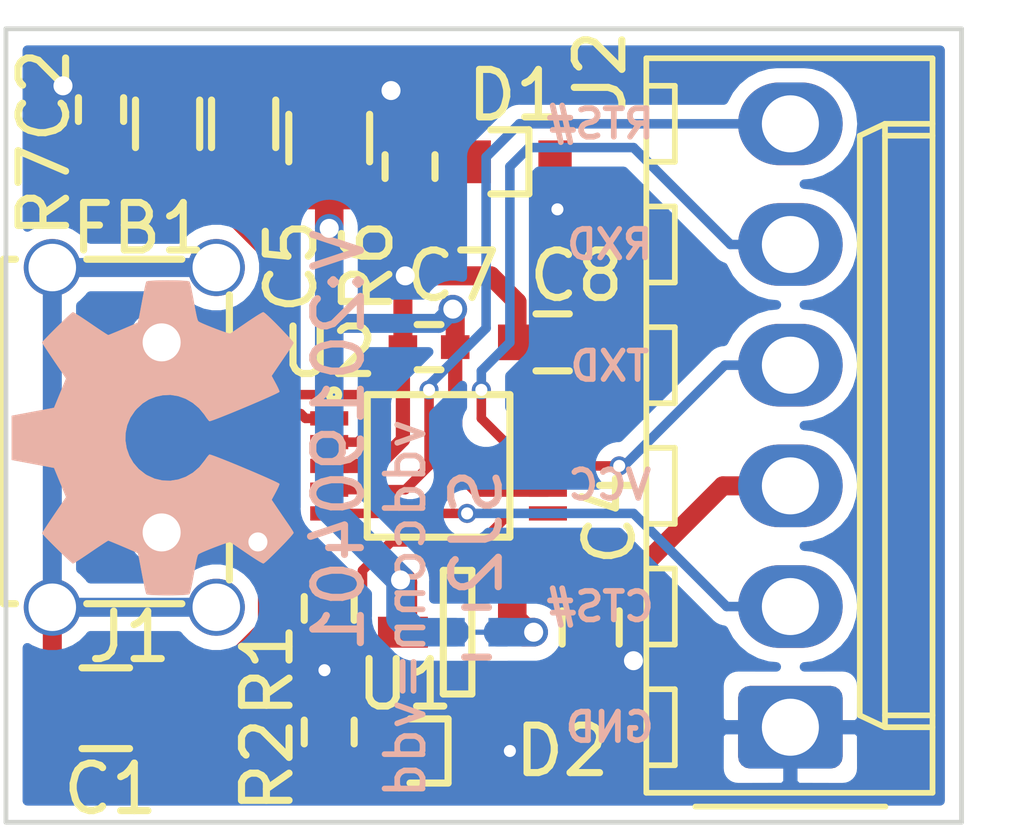
<source format=kicad_pcb>
(kicad_pcb (version 20171130) (host pcbnew 5.1.0-060a0da~80~ubuntu18.04.1)

  (general
    (thickness 1.6)
    (drawings 4)
    (tracks 168)
    (zones 0)
    (modules 20)
    (nets 18)
  )

  (page A4)
  (layers
    (0 F.Cu signal)
    (31 B.Cu signal)
    (32 B.Adhes user)
    (33 F.Adhes user)
    (34 B.Paste user)
    (35 F.Paste user)
    (36 B.SilkS user)
    (37 F.SilkS user)
    (38 B.Mask user)
    (39 F.Mask user)
    (40 Dwgs.User user)
    (41 Cmts.User user)
    (42 Eco1.User user)
    (43 Eco2.User user)
    (44 Edge.Cuts user)
    (45 Margin user)
    (46 B.CrtYd user)
    (47 F.CrtYd user hide)
    (48 B.Fab user)
    (49 F.Fab user)
  )

  (setup
    (last_trace_width 0.2)
    (user_trace_width 0.1524)
    (user_trace_width 0.2)
    (user_trace_width 0.3)
    (user_trace_width 0.4)
    (user_trace_width 0.6)
    (user_trace_width 1)
    (user_trace_width 1.5)
    (user_trace_width 2)
    (trace_clearance 0.1524)
    (zone_clearance 0.508)
    (zone_45_only no)
    (trace_min 0.1524)
    (via_size 0.381)
    (via_drill 0.254)
    (via_min_size 0.381)
    (via_min_drill 0.254)
    (user_via 0.4 0.254)
    (user_via 0.6 0.4)
    (user_via 0.8 0.6)
    (user_via 1 0.8)
    (user_via 1.3 1)
    (user_via 1.5 1.2)
    (user_via 1.7 1.4)
    (user_via 1.9 1.6)
    (uvia_size 0.381)
    (uvia_drill 0.254)
    (uvias_allowed no)
    (uvia_min_size 0.381)
    (uvia_min_drill 0.254)
    (edge_width 0.15)
    (segment_width 0.2)
    (pcb_text_width 0.3)
    (pcb_text_size 1.5 1.5)
    (mod_edge_width 0.15)
    (mod_text_size 1 1)
    (mod_text_width 0.15)
    (pad_size 1.524 1.524)
    (pad_drill 0.762)
    (pad_to_mask_clearance 0.1)
    (solder_mask_min_width 0.05)
    (pad_to_paste_clearance_ratio -0.15)
    (aux_axis_origin 0 0)
    (visible_elements FFFFFF7F)
    (pcbplotparams
      (layerselection 0x010fc_ffffffff)
      (usegerberextensions true)
      (usegerberattributes false)
      (usegerberadvancedattributes false)
      (creategerberjobfile false)
      (excludeedgelayer true)
      (linewidth 0.100000)
      (plotframeref false)
      (viasonmask false)
      (mode 1)
      (useauxorigin false)
      (hpglpennumber 1)
      (hpglpenspeed 20)
      (hpglpendiameter 15.000000)
      (psnegative false)
      (psa4output false)
      (plotreference true)
      (plotvalue true)
      (plotinvisibletext false)
      (padsonsilk false)
      (subtractmaskfromsilk false)
      (outputformat 1)
      (mirror false)
      (drillshape 0)
      (scaleselection 1)
      (outputdirectory "OSH_Park_2_layer_plots"))
  )

  (net 0 "")
  (net 1 /VSS)
  (net 2 "Net-(C1-Pad1)")
  (net 3 /VBUS)
  (net 4 /VDD)
  (net 5 /VDD_33V)
  (net 6 "Net-(J1-Pad4)")
  (net 7 /USB_DP)
  (net 8 /USB_DM)
  (net 9 /CTSI)
  (net 10 /TXO)
  (net 11 /RXI)
  (net 12 /RTSO)
  (net 13 "Net-(D1-Pad2)")
  (net 14 "Net-(FB1-Pad2)")
  (net 15 /VDDCONN)
  (net 16 "Net-(D2-Pad2)")
  (net 17 /ACT)

  (net_class Default "This is the default net class."
    (clearance 0.1524)
    (trace_width 0.1524)
    (via_dia 0.381)
    (via_drill 0.254)
    (uvia_dia 0.381)
    (uvia_drill 0.254)
    (add_net /ACT)
    (add_net /CTSI)
    (add_net /RTSO)
    (add_net /RXI)
    (add_net /TXO)
    (add_net /USB_DM)
    (add_net /USB_DP)
    (add_net /VBUS)
    (add_net /VDD)
    (add_net /VDDCONN)
    (add_net /VDD_33V)
    (add_net /VSS)
    (add_net "Net-(C1-Pad1)")
    (add_net "Net-(D1-Pad2)")
    (add_net "Net-(D2-Pad2)")
    (add_net "Net-(FB1-Pad2)")
    (add_net "Net-(J1-Pad4)")
  )

  (module Symbols:OSHW-Symbol_6.7x6mm_SilkScreen (layer B.Cu) (tedit 0) (tstamp 5CA1EFC0)
    (at 144.1 91.2 270)
    (descr "Open Source Hardware Symbol")
    (tags "Logo Symbol OSHW")
    (path /5A135869)
    (attr virtual)
    (fp_text reference N1 (at 0 0 270) (layer B.SilkS) hide
      (effects (font (size 1 1) (thickness 0.15)) (justify mirror))
    )
    (fp_text value OHWLOGO (at 0.75 0 270) (layer B.Fab) hide
      (effects (font (size 1 1) (thickness 0.15)) (justify mirror))
    )
    (fp_poly (pts (xy 0.555814 2.531069) (xy 0.639635 2.086445) (xy 0.94892 1.958947) (xy 1.258206 1.831449)
      (xy 1.629246 2.083754) (xy 1.733157 2.154004) (xy 1.827087 2.216728) (xy 1.906652 2.269062)
      (xy 1.96747 2.308143) (xy 2.005157 2.331107) (xy 2.015421 2.336058) (xy 2.03391 2.323324)
      (xy 2.07342 2.288118) (xy 2.129522 2.234938) (xy 2.197787 2.168282) (xy 2.273786 2.092646)
      (xy 2.353092 2.012528) (xy 2.431275 1.932426) (xy 2.503907 1.856836) (xy 2.566559 1.790255)
      (xy 2.614803 1.737182) (xy 2.64421 1.702113) (xy 2.651241 1.690377) (xy 2.641123 1.66874)
      (xy 2.612759 1.621338) (xy 2.569129 1.552807) (xy 2.513218 1.467785) (xy 2.448006 1.370907)
      (xy 2.410219 1.31565) (xy 2.341343 1.214752) (xy 2.28014 1.123701) (xy 2.229578 1.04703)
      (xy 2.192628 0.989272) (xy 2.172258 0.954957) (xy 2.169197 0.947746) (xy 2.176136 0.927252)
      (xy 2.195051 0.879487) (xy 2.223087 0.811168) (xy 2.257391 0.729011) (xy 2.295109 0.63973)
      (xy 2.333387 0.550042) (xy 2.36937 0.466662) (xy 2.400206 0.396306) (xy 2.423039 0.34569)
      (xy 2.435017 0.321529) (xy 2.435724 0.320578) (xy 2.454531 0.315964) (xy 2.504618 0.305672)
      (xy 2.580793 0.290713) (xy 2.677865 0.272099) (xy 2.790643 0.250841) (xy 2.856442 0.238582)
      (xy 2.97695 0.215638) (xy 3.085797 0.193805) (xy 3.177476 0.174278) (xy 3.246481 0.158252)
      (xy 3.287304 0.146921) (xy 3.295511 0.143326) (xy 3.303548 0.118994) (xy 3.310033 0.064041)
      (xy 3.31497 -0.015108) (xy 3.318364 -0.112026) (xy 3.320218 -0.220287) (xy 3.320538 -0.333465)
      (xy 3.319327 -0.445135) (xy 3.31659 -0.548868) (xy 3.312331 -0.638241) (xy 3.306555 -0.706826)
      (xy 3.299267 -0.748197) (xy 3.294895 -0.75681) (xy 3.268764 -0.767133) (xy 3.213393 -0.781892)
      (xy 3.136107 -0.799352) (xy 3.04423 -0.81778) (xy 3.012158 -0.823741) (xy 2.857524 -0.852066)
      (xy 2.735375 -0.874876) (xy 2.641673 -0.89308) (xy 2.572384 -0.907583) (xy 2.523471 -0.919292)
      (xy 2.490897 -0.929115) (xy 2.470628 -0.937956) (xy 2.458626 -0.946724) (xy 2.456947 -0.948457)
      (xy 2.440184 -0.976371) (xy 2.414614 -1.030695) (xy 2.382788 -1.104777) (xy 2.34726 -1.191965)
      (xy 2.310583 -1.285608) (xy 2.275311 -1.379052) (xy 2.243996 -1.465647) (xy 2.219193 -1.53874)
      (xy 2.203454 -1.591678) (xy 2.199332 -1.617811) (xy 2.199676 -1.618726) (xy 2.213641 -1.640086)
      (xy 2.245322 -1.687084) (xy 2.291391 -1.754827) (xy 2.348518 -1.838423) (xy 2.413373 -1.932982)
      (xy 2.431843 -1.959854) (xy 2.497699 -2.057275) (xy 2.55565 -2.146163) (xy 2.602538 -2.221412)
      (xy 2.635207 -2.27792) (xy 2.6505 -2.310581) (xy 2.651241 -2.314593) (xy 2.638392 -2.335684)
      (xy 2.602888 -2.377464) (xy 2.549293 -2.435445) (xy 2.482171 -2.505135) (xy 2.406087 -2.582045)
      (xy 2.325604 -2.661683) (xy 2.245287 -2.739561) (xy 2.169699 -2.811186) (xy 2.103405 -2.87207)
      (xy 2.050969 -2.917721) (xy 2.016955 -2.94365) (xy 2.007545 -2.947883) (xy 1.985643 -2.937912)
      (xy 1.9408 -2.91102) (xy 1.880321 -2.871736) (xy 1.833789 -2.840117) (xy 1.749475 -2.782098)
      (xy 1.649626 -2.713784) (xy 1.549473 -2.645579) (xy 1.495627 -2.609075) (xy 1.313371 -2.4858)
      (xy 1.160381 -2.56852) (xy 1.090682 -2.604759) (xy 1.031414 -2.632926) (xy 0.991311 -2.648991)
      (xy 0.981103 -2.651226) (xy 0.968829 -2.634722) (xy 0.944613 -2.588082) (xy 0.910263 -2.515609)
      (xy 0.867588 -2.421606) (xy 0.818394 -2.310374) (xy 0.76449 -2.186215) (xy 0.707684 -2.053432)
      (xy 0.649782 -1.916327) (xy 0.592593 -1.779202) (xy 0.537924 -1.646358) (xy 0.487584 -1.522098)
      (xy 0.44338 -1.410725) (xy 0.407119 -1.316539) (xy 0.380609 -1.243844) (xy 0.365658 -1.196941)
      (xy 0.363254 -1.180833) (xy 0.382311 -1.160286) (xy 0.424036 -1.126933) (xy 0.479706 -1.087702)
      (xy 0.484378 -1.084599) (xy 0.628264 -0.969423) (xy 0.744283 -0.835053) (xy 0.83143 -0.685784)
      (xy 0.888699 -0.525913) (xy 0.915086 -0.359737) (xy 0.909585 -0.191552) (xy 0.87119 -0.025655)
      (xy 0.798895 0.133658) (xy 0.777626 0.168513) (xy 0.666996 0.309263) (xy 0.536302 0.422286)
      (xy 0.390064 0.506997) (xy 0.232808 0.562806) (xy 0.069057 0.589126) (xy -0.096667 0.58537)
      (xy -0.259838 0.55095) (xy -0.415935 0.485277) (xy -0.560433 0.387765) (xy -0.605131 0.348187)
      (xy -0.718888 0.224297) (xy -0.801782 0.093876) (xy -0.858644 -0.052315) (xy -0.890313 -0.197088)
      (xy -0.898131 -0.35986) (xy -0.872062 -0.52344) (xy -0.814755 -0.682298) (xy -0.728856 -0.830906)
      (xy -0.617014 -0.963735) (xy -0.481877 -1.075256) (xy -0.464117 -1.087011) (xy -0.40785 -1.125508)
      (xy -0.365077 -1.158863) (xy -0.344628 -1.18016) (xy -0.344331 -1.180833) (xy -0.348721 -1.203871)
      (xy -0.366124 -1.256157) (xy -0.394732 -1.33339) (xy -0.432735 -1.431268) (xy -0.478326 -1.545491)
      (xy -0.529697 -1.671758) (xy -0.585038 -1.805767) (xy -0.642542 -1.943218) (xy -0.700399 -2.079808)
      (xy -0.756802 -2.211237) (xy -0.809942 -2.333205) (xy -0.85801 -2.441409) (xy -0.899199 -2.531549)
      (xy -0.931699 -2.599323) (xy -0.953703 -2.64043) (xy -0.962564 -2.651226) (xy -0.98964 -2.642819)
      (xy -1.040303 -2.620272) (xy -1.105817 -2.587613) (xy -1.141841 -2.56852) (xy -1.294832 -2.4858)
      (xy -1.477088 -2.609075) (xy -1.570125 -2.672228) (xy -1.671985 -2.741727) (xy -1.767438 -2.807165)
      (xy -1.81525 -2.840117) (xy -1.882495 -2.885273) (xy -1.939436 -2.921057) (xy -1.978646 -2.942938)
      (xy -1.991381 -2.947563) (xy -2.009917 -2.935085) (xy -2.050941 -2.900252) (xy -2.110475 -2.846678)
      (xy -2.184542 -2.777983) (xy -2.269165 -2.697781) (xy -2.322685 -2.646286) (xy -2.416319 -2.554286)
      (xy -2.497241 -2.471999) (xy -2.562177 -2.402945) (xy -2.607858 -2.350644) (xy -2.631011 -2.318616)
      (xy -2.633232 -2.312116) (xy -2.622924 -2.287394) (xy -2.594439 -2.237405) (xy -2.550937 -2.167212)
      (xy -2.495577 -2.081875) (xy -2.43152 -1.986456) (xy -2.413303 -1.959854) (xy -2.346927 -1.863167)
      (xy -2.287378 -1.776117) (xy -2.237984 -1.703595) (xy -2.202075 -1.650493) (xy -2.182981 -1.621703)
      (xy -2.181136 -1.618726) (xy -2.183895 -1.595782) (xy -2.198538 -1.545336) (xy -2.222513 -1.474041)
      (xy -2.253266 -1.388547) (xy -2.288244 -1.295507) (xy -2.324893 -1.201574) (xy -2.360661 -1.113399)
      (xy -2.392994 -1.037634) (xy -2.419338 -0.980931) (xy -2.437142 -0.949943) (xy -2.438407 -0.948457)
      (xy -2.449294 -0.939601) (xy -2.467682 -0.930843) (xy -2.497606 -0.921277) (xy -2.543103 -0.909996)
      (xy -2.608209 -0.896093) (xy -2.696961 -0.878663) (xy -2.813393 -0.856798) (xy -2.961542 -0.829591)
      (xy -2.993618 -0.823741) (xy -3.088686 -0.805374) (xy -3.171565 -0.787405) (xy -3.23493 -0.771569)
      (xy -3.271458 -0.7596) (xy -3.276356 -0.75681) (xy -3.284427 -0.732072) (xy -3.290987 -0.67679)
      (xy -3.296033 -0.597389) (xy -3.299559 -0.500296) (xy -3.301561 -0.391938) (xy -3.302036 -0.27874)
      (xy -3.300977 -0.167128) (xy -3.298382 -0.063529) (xy -3.294246 0.025632) (xy -3.288563 0.093928)
      (xy -3.281331 0.134934) (xy -3.276971 0.143326) (xy -3.252698 0.151792) (xy -3.197426 0.165565)
      (xy -3.116662 0.18345) (xy -3.015912 0.204252) (xy -2.900683 0.226777) (xy -2.837902 0.238582)
      (xy -2.718787 0.260849) (xy -2.612565 0.281021) (xy -2.524427 0.298085) (xy -2.459566 0.311031)
      (xy -2.423174 0.318845) (xy -2.417184 0.320578) (xy -2.407061 0.34011) (xy -2.385662 0.387157)
      (xy -2.355839 0.454997) (xy -2.320445 0.536909) (xy -2.282332 0.626172) (xy -2.244353 0.716065)
      (xy -2.20936 0.799865) (xy -2.180206 0.870853) (xy -2.159743 0.922306) (xy -2.150823 0.947503)
      (xy -2.150657 0.948604) (xy -2.160769 0.968481) (xy -2.189117 1.014223) (xy -2.232723 1.081283)
      (xy -2.288606 1.165116) (xy -2.353787 1.261174) (xy -2.391679 1.31635) (xy -2.460725 1.417519)
      (xy -2.52205 1.50937) (xy -2.572663 1.587256) (xy -2.609571 1.646531) (xy -2.629782 1.682549)
      (xy -2.632701 1.690623) (xy -2.620153 1.709416) (xy -2.585463 1.749543) (xy -2.533063 1.806507)
      (xy -2.467384 1.875815) (xy -2.392856 1.952969) (xy -2.313913 2.033475) (xy -2.234983 2.112837)
      (xy -2.1605 2.18656) (xy -2.094894 2.250148) (xy -2.042596 2.299106) (xy -2.008039 2.328939)
      (xy -1.996478 2.336058) (xy -1.977654 2.326047) (xy -1.932631 2.297922) (xy -1.865787 2.254546)
      (xy -1.781499 2.198782) (xy -1.684144 2.133494) (xy -1.610707 2.083754) (xy -1.239667 1.831449)
      (xy -0.621095 2.086445) (xy -0.537275 2.531069) (xy -0.453454 2.975693) (xy 0.471994 2.975693)
      (xy 0.555814 2.531069)) (layer B.SilkS) (width 0.01))
  )

  (module SquantorLabels:Label_version (layer B.Cu) (tedit 5B5A1E49) (tstamp 5C99BF8B)
    (at 148.1 92.3 270)
    (path /5A1357A5)
    (fp_text reference N2 (at 0 -1.4 270) (layer B.Fab) hide
      (effects (font (size 1 1) (thickness 0.15)) (justify mirror))
    )
    (fp_text value 20190401 (at -0.4 0.1 270) (layer B.SilkS)
      (effects (font (size 1 1) (thickness 0.15)) (justify mirror))
    )
    (fp_text user V: (at -4.8 0.1 270) (layer B.SilkS)
      (effects (font (size 1 1) (thickness 0.15)) (justify mirror))
    )
  )

  (module SquantorRcl:C_0805 (layer F.Cu) (tedit 5415D6EA) (tstamp 5C99AAB6)
    (at 143.1 96.9)
    (descr "Capacitor SMD 0805, reflow soldering, AVX (see smccp.pdf)")
    (tags "capacitor 0805")
    (path /5C92E663)
    (attr smd)
    (fp_text reference C1 (at 0.1 1.7) (layer F.SilkS)
      (effects (font (size 1 1) (thickness 0.15)))
    )
    (fp_text value 100n (at 0 1.7) (layer F.Fab)
      (effects (font (size 1 1) (thickness 0.15)))
    )
    (fp_line (start -0.5 0.85) (end 0.5 0.85) (layer F.SilkS) (width 0.15))
    (fp_line (start 0.5 -0.85) (end -0.5 -0.85) (layer F.SilkS) (width 0.15))
    (fp_line (start 1.8 -1) (end 1.8 1) (layer F.CrtYd) (width 0.05))
    (fp_line (start -1.8 -1) (end -1.8 1) (layer F.CrtYd) (width 0.05))
    (fp_line (start -1.8 1) (end 1.8 1) (layer F.CrtYd) (width 0.05))
    (fp_line (start -1.8 -1) (end 1.8 -1) (layer F.CrtYd) (width 0.05))
    (fp_line (start -1 -0.625) (end 1 -0.625) (layer F.Fab) (width 0.15))
    (fp_line (start 1 -0.625) (end 1 0.625) (layer F.Fab) (width 0.15))
    (fp_line (start 1 0.625) (end -1 0.625) (layer F.Fab) (width 0.15))
    (fp_line (start -1 0.625) (end -1 -0.625) (layer F.Fab) (width 0.15))
    (pad 2 smd rect (at 1 0) (size 1 1.25) (layers F.Cu F.Paste F.Mask)
      (net 1 /VSS))
    (pad 1 smd rect (at -1 0) (size 1 1.25) (layers F.Cu F.Paste F.Mask)
      (net 2 "Net-(C1-Pad1)"))
    (model Capacitors_SMD.3dshapes/C_0805.wrl
      (at (xyz 0 0 0))
      (scale (xyz 1 1 1))
      (rotate (xyz 0 0 0))
    )
  )

  (module SquantorRcl:C_0603 (layer F.Cu) (tedit 5415D631) (tstamp 5CA23EEE)
    (at 153.3 95.2 270)
    (descr "Capacitor SMD 0603, reflow soldering, AVX (see smccp.pdf)")
    (tags "capacitor 0603")
    (path /5CA0EAEE)
    (attr smd)
    (fp_text reference C4 (at -2.3 -0.4 270) (layer F.SilkS)
      (effects (font (size 1 1) (thickness 0.15)))
    )
    (fp_text value 1u (at -2.3 -0.4 270) (layer F.Fab)
      (effects (font (size 1 1) (thickness 0.15)))
    )
    (fp_line (start 0.35 0.6) (end -0.35 0.6) (layer F.SilkS) (width 0.15))
    (fp_line (start -0.35 -0.6) (end 0.35 -0.6) (layer F.SilkS) (width 0.15))
    (fp_line (start 1.45 -0.75) (end 1.45 0.75) (layer F.CrtYd) (width 0.05))
    (fp_line (start -1.45 -0.75) (end -1.45 0.75) (layer F.CrtYd) (width 0.05))
    (fp_line (start -1.45 0.75) (end 1.45 0.75) (layer F.CrtYd) (width 0.05))
    (fp_line (start -1.45 -0.75) (end 1.45 -0.75) (layer F.CrtYd) (width 0.05))
    (fp_line (start -0.8 -0.4) (end 0.8 -0.4) (layer F.Fab) (width 0.15))
    (fp_line (start 0.8 -0.4) (end 0.8 0.4) (layer F.Fab) (width 0.15))
    (fp_line (start 0.8 0.4) (end -0.8 0.4) (layer F.Fab) (width 0.15))
    (fp_line (start -0.8 0.4) (end -0.8 -0.4) (layer F.Fab) (width 0.15))
    (pad 2 smd rect (at 0.75 0 270) (size 0.8 0.75) (layers F.Cu F.Paste F.Mask)
      (net 1 /VSS))
    (pad 1 smd rect (at -0.75 0 270) (size 0.8 0.75) (layers F.Cu F.Paste F.Mask)
      (net 15 /VDDCONN))
    (model Capacitors_SMD.3dshapes/C_0603.wrl
      (at (xyz 0 0 0))
      (scale (xyz 1 1 1))
      (rotate (xyz 0 0 0))
    )
  )

  (module SquantorRcl:C_0805 (layer F.Cu) (tedit 5415D6EA) (tstamp 5C99AAF6)
    (at 147.8 84.9 90)
    (descr "Capacitor SMD 0805, reflow soldering, AVX (see smccp.pdf)")
    (tags "capacitor 0805")
    (path /5C9348E3)
    (attr smd)
    (fp_text reference C5 (at -2.7 -0.8 90) (layer F.SilkS)
      (effects (font (size 1 1) (thickness 0.15)))
    )
    (fp_text value 10u (at -2.6 -0.8 90) (layer F.Fab)
      (effects (font (size 1 1) (thickness 0.15)))
    )
    (fp_line (start -1 0.625) (end -1 -0.625) (layer F.Fab) (width 0.15))
    (fp_line (start 1 0.625) (end -1 0.625) (layer F.Fab) (width 0.15))
    (fp_line (start 1 -0.625) (end 1 0.625) (layer F.Fab) (width 0.15))
    (fp_line (start -1 -0.625) (end 1 -0.625) (layer F.Fab) (width 0.15))
    (fp_line (start -1.8 -1) (end 1.8 -1) (layer F.CrtYd) (width 0.05))
    (fp_line (start -1.8 1) (end 1.8 1) (layer F.CrtYd) (width 0.05))
    (fp_line (start -1.8 -1) (end -1.8 1) (layer F.CrtYd) (width 0.05))
    (fp_line (start 1.8 -1) (end 1.8 1) (layer F.CrtYd) (width 0.05))
    (fp_line (start 0.5 -0.85) (end -0.5 -0.85) (layer F.SilkS) (width 0.15))
    (fp_line (start -0.5 0.85) (end 0.5 0.85) (layer F.SilkS) (width 0.15))
    (pad 1 smd rect (at -1 0 90) (size 1 1.25) (layers F.Cu F.Paste F.Mask)
      (net 4 /VDD))
    (pad 2 smd rect (at 1 0 90) (size 1 1.25) (layers F.Cu F.Paste F.Mask)
      (net 1 /VSS))
    (model Capacitors_SMD.3dshapes/C_0805.wrl
      (at (xyz 0 0 0))
      (scale (xyz 1 1 1))
      (rotate (xyz 0 0 0))
    )
  )

  (module SquantorRcl:C_0603 (layer F.Cu) (tedit 5415D631) (tstamp 5C99AB26)
    (at 152.5 89.2 180)
    (descr "Capacitor SMD 0603, reflow soldering, AVX (see smccp.pdf)")
    (tags "capacitor 0603")
    (path /5C9B7479/5C9D54B3)
    (attr smd)
    (fp_text reference C8 (at -0.5 1.4) (layer F.SilkS)
      (effects (font (size 1 1) (thickness 0.15)))
    )
    (fp_text value 1u (at -0.5 1.4) (layer F.Fab)
      (effects (font (size 1 1) (thickness 0.15)))
    )
    (fp_line (start 0.35 0.6) (end -0.35 0.6) (layer F.SilkS) (width 0.15))
    (fp_line (start -0.35 -0.6) (end 0.35 -0.6) (layer F.SilkS) (width 0.15))
    (fp_line (start 1.45 -0.75) (end 1.45 0.75) (layer F.CrtYd) (width 0.05))
    (fp_line (start -1.45 -0.75) (end -1.45 0.75) (layer F.CrtYd) (width 0.05))
    (fp_line (start -1.45 0.75) (end 1.45 0.75) (layer F.CrtYd) (width 0.05))
    (fp_line (start -1.45 -0.75) (end 1.45 -0.75) (layer F.CrtYd) (width 0.05))
    (fp_line (start -0.8 -0.4) (end 0.8 -0.4) (layer F.Fab) (width 0.15))
    (fp_line (start 0.8 -0.4) (end 0.8 0.4) (layer F.Fab) (width 0.15))
    (fp_line (start 0.8 0.4) (end -0.8 0.4) (layer F.Fab) (width 0.15))
    (fp_line (start -0.8 0.4) (end -0.8 -0.4) (layer F.Fab) (width 0.15))
    (pad 2 smd rect (at 0.75 0 180) (size 0.8 0.75) (layers F.Cu F.Paste F.Mask)
      (net 1 /VSS))
    (pad 1 smd rect (at -0.75 0 180) (size 0.8 0.75) (layers F.Cu F.Paste F.Mask)
      (net 5 /VDD_33V))
    (model Capacitors_SMD.3dshapes/C_0603.wrl
      (at (xyz 0 0 0))
      (scale (xyz 1 1 1))
      (rotate (xyz 0 0 0))
    )
  )

  (module SquantorRcl:R_0603_hand (layer F.Cu) (tedit 587552B0) (tstamp 5C99AB56)
    (at 146 84.6 90)
    (descr "Resistor SMD 0603, reflow soldering, Vishay (see dcrcw.pdf)")
    (tags "resistor 0603")
    (path /5C9338DB)
    (attr smd)
    (fp_text reference FB1 (at -2.2 -2.2 180) (layer F.SilkS)
      (effects (font (size 1 1) (thickness 0.15)))
    )
    (fp_text value 600 (at -2.2 -2.3 180) (layer F.Fab)
      (effects (font (size 1 1) (thickness 0.15)))
    )
    (fp_line (start -0.5 -0.675) (end 0.5 -0.675) (layer F.SilkS) (width 0.15))
    (fp_line (start 0.5 0.675) (end -0.5 0.675) (layer F.SilkS) (width 0.15))
    (fp_line (start 1.5 -0.8) (end 1.5 0.8) (layer F.CrtYd) (width 0.05))
    (fp_line (start -1.5 -0.8) (end -1.5 0.8) (layer F.CrtYd) (width 0.05))
    (fp_line (start -1.5 0.8) (end 1.5 0.8) (layer F.CrtYd) (width 0.05))
    (fp_line (start -1.5 -0.8) (end 1.5 -0.8) (layer F.CrtYd) (width 0.05))
    (fp_line (start -0.8 -0.4) (end 0.8 -0.4) (layer F.Fab) (width 0.1))
    (fp_line (start 0.8 -0.4) (end 0.8 0.4) (layer F.Fab) (width 0.1))
    (fp_line (start 0.8 0.4) (end -0.8 0.4) (layer F.Fab) (width 0.1))
    (fp_line (start -0.8 0.4) (end -0.8 -0.4) (layer F.Fab) (width 0.1))
    (pad 2 smd rect (at 0.85 0 90) (size 0.7 0.9) (layers F.Cu F.Paste F.Mask)
      (net 14 "Net-(FB1-Pad2)"))
    (pad 1 smd rect (at -0.85 0 90) (size 0.7 0.9) (layers F.Cu F.Paste F.Mask)
      (net 4 /VDD))
    (model Resistors_SMD.3dshapes/R_0603.wrl
      (at (xyz 0 0 0))
      (scale (xyz 1 1 1))
      (rotate (xyz 0 0 0))
    )
  )

  (module SquantorUsb:USB-muB-SMD_TH (layer F.Cu) (tedit 5B3D26BA) (tstamp 5C99AB6C)
    (at 143.7 91.2 270)
    (path /5C92FD3B)
    (fp_text reference J1 (at 4.2 0.1) (layer F.SilkS)
      (effects (font (size 1 1) (thickness 0.15)))
    )
    (fp_text value USB-ID (at 0 1.5 270) (layer F.Fab)
      (effects (font (size 1 1) (thickness 0.15)))
    )
    (fp_line (start 3.5 2.5) (end 3.5 2.75) (layer F.SilkS) (width 0.15))
    (fp_line (start 3.5 2.75) (end -3.75 2.75) (layer F.SilkS) (width 0.15))
    (fp_line (start -3.75 2.75) (end -3.75 2.5) (layer F.SilkS) (width 0.15))
    (fp_line (start -3.75 -1) (end -3.75 1) (layer F.SilkS) (width 0.15))
    (fp_line (start 3.5 -1) (end 3.5 1) (layer F.SilkS) (width 0.15))
    (fp_line (start 1.75 -2) (end 3 -2) (layer F.SilkS) (width 0.15))
    (fp_line (start -3 -2) (end -1.75 -2) (layer F.SilkS) (width 0.15))
    (pad S thru_hole circle (at -3.575 -1.725 270) (size 1.2 1.2) (drill 1) (layers *.Cu *.Mask)
      (net 2 "Net-(C1-Pad1)"))
    (pad S thru_hole circle (at 3.575 -1.725 270) (size 1.2 1.2) (drill 1) (layers *.Cu *.Mask)
      (net 2 "Net-(C1-Pad1)"))
    (pad S thru_hole circle (at -3.575 1.725 270) (size 1.2 1.2) (drill 1) (layers *.Cu *.Mask)
      (net 2 "Net-(C1-Pad1)"))
    (pad "" np_thru_hole circle (at -2 -0.575 270) (size 0.8 0.8) (drill 0.8) (layers *.Cu))
    (pad 5 smd rect (at 1.3 -1.3 270) (size 0.4 1.85) (layers F.Cu F.Paste F.Mask)
      (net 1 /VSS))
    (pad 4 smd rect (at 0.65 -1.3 270) (size 0.4 1.85) (layers F.Cu F.Paste F.Mask)
      (net 6 "Net-(J1-Pad4)"))
    (pad 3 smd rect (at 0 -1.3 270) (size 0.4 1.85) (layers F.Cu F.Paste F.Mask)
      (net 7 /USB_DP))
    (pad 2 smd rect (at -0.65 -1.3 270) (size 0.4 1.85) (layers F.Cu F.Paste F.Mask)
      (net 8 /USB_DM))
    (pad 1 smd rect (at -1.3 -1.3 270) (size 0.4 1.85) (layers F.Cu F.Paste F.Mask)
      (net 3 /VBUS))
    (pad "" np_thru_hole circle (at 2 -0.575 270) (size 0.8 0.8) (drill 0.8) (layers *.Cu))
    (pad S thru_hole circle (at 3.575 1.725 270) (size 1.2 1.2) (drill 1) (layers *.Cu *.Mask)
      (net 2 "Net-(C1-Pad1)"))
  )

  (module SquantorIC:SOT23-3-Microchip-TT (layer F.Cu) (tedit 5C6B2141) (tstamp 5CA23EC3)
    (at 150.5 95.3 90)
    (path /5C9A30EE)
    (fp_text reference U1 (at -1.1 -1.1 180) (layer F.SilkS)
      (effects (font (size 1 1) (thickness 0.15)))
    )
    (fp_text value MCP1702-CB (at -4.6 2.9 90) (layer F.Fab) hide
      (effects (font (size 1 1) (thickness 0.15)))
    )
    (fp_line (start -1.3 -0.3) (end 1.3 -0.3) (layer F.SilkS) (width 0.15))
    (fp_line (start 1.3 -0.3) (end 1.3 0.3) (layer F.SilkS) (width 0.15))
    (fp_line (start 1.3 0.3) (end -1.3 0.3) (layer F.SilkS) (width 0.15))
    (fp_line (start -1.3 0.3) (end -1.3 -0.3) (layer F.SilkS) (width 0.15))
    (fp_line (start -1.7 2) (end 1.7 2) (layer F.CrtYd) (width 0.05))
    (fp_line (start 1.7 2) (end 1.7 -2) (layer F.CrtYd) (width 0.05))
    (fp_line (start 1.7 -2) (end -1.7 -2) (layer F.CrtYd) (width 0.05))
    (fp_line (start -1.7 -2) (end -1.7 2) (layer F.CrtYd) (width 0.05))
    (pad 1 smd rect (at -0.95 1.15 90) (size 0.65 1.05) (layers F.Cu F.Paste F.Mask)
      (net 1 /VSS))
    (pad 2 smd rect (at 0.95 1.15 90) (size 0.65 1.05) (layers F.Cu F.Paste F.Mask)
      (net 15 /VDDCONN))
    (pad 3 smd rect (at 0 -1.15 90) (size 0.65 1.05) (layers F.Cu F.Paste F.Mask)
      (net 4 /VDD))
  )

  (module SquantorRcl:C_0402 (layer F.Cu) (tedit 58D18F8A) (tstamp 5C9AEA58)
    (at 143 84.3 90)
    (descr "Capacitor SMD 0402, reflow soldering, AVX (see smccp.pdf)")
    (tags "capacitor 0402")
    (path /5C931872)
    (attr smd)
    (fp_text reference C2 (at 0.3 -1.2 90) (layer F.SilkS)
      (effects (font (size 1 1) (thickness 0.15)))
    )
    (fp_text value 100n (at 0.3 -1.2 90) (layer F.Fab)
      (effects (font (size 1 1) (thickness 0.15)))
    )
    (fp_line (start -0.5 0.25) (end -0.5 -0.25) (layer F.Fab) (width 0.15))
    (fp_line (start 0.5 0.25) (end -0.5 0.25) (layer F.Fab) (width 0.15))
    (fp_line (start 0.5 -0.25) (end 0.5 0.25) (layer F.Fab) (width 0.15))
    (fp_line (start -0.5 -0.25) (end 0.5 -0.25) (layer F.Fab) (width 0.15))
    (fp_line (start -1.15 -0.6) (end 1.15 -0.6) (layer F.CrtYd) (width 0.05))
    (fp_line (start -1.15 0.6) (end 1.15 0.6) (layer F.CrtYd) (width 0.05))
    (fp_line (start -1.15 -0.6) (end -1.15 0.6) (layer F.CrtYd) (width 0.05))
    (fp_line (start 1.15 -0.6) (end 1.15 0.6) (layer F.CrtYd) (width 0.05))
    (fp_line (start 0.25 -0.475) (end -0.25 -0.475) (layer F.SilkS) (width 0.15))
    (fp_line (start -0.25 0.475) (end 0.25 0.475) (layer F.SilkS) (width 0.15))
    (pad 1 smd rect (at -0.55 0 90) (size 0.6 0.5) (layers F.Cu F.Paste F.Mask)
      (net 3 /VBUS) (solder_mask_margin 0.1))
    (pad 2 smd rect (at 0.55 0 90) (size 0.6 0.5) (layers F.Cu F.Paste F.Mask)
      (net 1 /VSS) (solder_mask_margin 0.1))
    (model Capacitors_SMD.3dshapes/C_0402.wrl
      (at (xyz 0 0 0))
      (scale (xyz 1 1 1))
      (rotate (xyz 0 0 0))
    )
  )

  (module SquantorRcl:C_0402 (layer F.Cu) (tedit 58D18F8A) (tstamp 5C9C4A18)
    (at 149.9 89.3 180)
    (descr "Capacitor SMD 0402, reflow soldering, AVX (see smccp.pdf)")
    (tags "capacitor 0402")
    (path /5C9B7479/5C9D549F)
    (attr smd)
    (fp_text reference C7 (at -0.5 1.5 180) (layer F.SilkS)
      (effects (font (size 1 1) (thickness 0.15)))
    )
    (fp_text value 100n (at -0.4 1.5 180) (layer F.Fab)
      (effects (font (size 1 1) (thickness 0.15)))
    )
    (fp_line (start -0.5 0.25) (end -0.5 -0.25) (layer F.Fab) (width 0.15))
    (fp_line (start 0.5 0.25) (end -0.5 0.25) (layer F.Fab) (width 0.15))
    (fp_line (start 0.5 -0.25) (end 0.5 0.25) (layer F.Fab) (width 0.15))
    (fp_line (start -0.5 -0.25) (end 0.5 -0.25) (layer F.Fab) (width 0.15))
    (fp_line (start -1.15 -0.6) (end 1.15 -0.6) (layer F.CrtYd) (width 0.05))
    (fp_line (start -1.15 0.6) (end 1.15 0.6) (layer F.CrtYd) (width 0.05))
    (fp_line (start -1.15 -0.6) (end -1.15 0.6) (layer F.CrtYd) (width 0.05))
    (fp_line (start 1.15 -0.6) (end 1.15 0.6) (layer F.CrtYd) (width 0.05))
    (fp_line (start 0.25 -0.475) (end -0.25 -0.475) (layer F.SilkS) (width 0.15))
    (fp_line (start -0.25 0.475) (end 0.25 0.475) (layer F.SilkS) (width 0.15))
    (pad 1 smd rect (at -0.55 0 180) (size 0.6 0.5) (layers F.Cu F.Paste F.Mask)
      (net 4 /VDD) (solder_mask_margin 0.1))
    (pad 2 smd rect (at 0.55 0 180) (size 0.6 0.5) (layers F.Cu F.Paste F.Mask)
      (net 1 /VSS) (solder_mask_margin 0.1))
    (model Capacitors_SMD.3dshapes/C_0402.wrl
      (at (xyz 0 0 0))
      (scale (xyz 1 1 1))
      (rotate (xyz 0 0 0))
    )
  )

  (module SquantorRcl:R_0402_hand (layer F.Cu) (tedit 5921FEA0) (tstamp 5C9AEAA3)
    (at 147.8 94.8 270)
    (descr "Resistor SMD 0402, reflow soldering, Vishay (see dcrcw.pdf)")
    (tags "resistor 0402")
    (path /5C92C64E)
    (attr smd)
    (fp_text reference R1 (at 1.3 1.3 270) (layer F.SilkS)
      (effects (font (size 1 1) (thickness 0.15)))
    )
    (fp_text value 0 (at 1.4 1.3 270) (layer F.Fab)
      (effects (font (size 1 1) (thickness 0.15)))
    )
    (fp_line (start -0.5 0.25) (end -0.5 -0.25) (layer F.Fab) (width 0.1))
    (fp_line (start 0.5 0.25) (end -0.5 0.25) (layer F.Fab) (width 0.1))
    (fp_line (start 0.5 -0.25) (end 0.5 0.25) (layer F.Fab) (width 0.1))
    (fp_line (start -0.5 -0.25) (end 0.5 -0.25) (layer F.Fab) (width 0.1))
    (fp_line (start -1.15 -0.65) (end 1.15 -0.65) (layer F.CrtYd) (width 0.05))
    (fp_line (start -1.15 0.65) (end 1.15 0.65) (layer F.CrtYd) (width 0.05))
    (fp_line (start -1.15 -0.65) (end -1.15 0.65) (layer F.CrtYd) (width 0.05))
    (fp_line (start 1.15 -0.65) (end 1.15 0.65) (layer F.CrtYd) (width 0.05))
    (fp_line (start 0.25 -0.525) (end -0.25 -0.525) (layer F.SilkS) (width 0.15))
    (fp_line (start -0.25 0.525) (end 0.25 0.525) (layer F.SilkS) (width 0.15))
    (pad 1 smd rect (at -0.55 0 270) (size 0.6 0.6) (layers F.Cu F.Paste F.Mask)
      (net 6 "Net-(J1-Pad4)"))
    (pad 2 smd rect (at 0.55 0 270) (size 0.6 0.6) (layers F.Cu F.Paste F.Mask)
      (net 1 /VSS))
    (model Resistors_SMD.3dshapes/R_0402.wrl
      (at (xyz 0 0 0))
      (scale (xyz 1 1 1))
      (rotate (xyz 0 0 0))
    )
  )

  (module SquantorRcl:R_0402_hand (layer F.Cu) (tedit 5921FEA0) (tstamp 5C9AEAD0)
    (at 149.5 85.5 270)
    (descr "Resistor SMD 0402, reflow soldering, Vishay (see dcrcw.pdf)")
    (tags "resistor 0402")
    (path /5CA52544)
    (attr smd)
    (fp_text reference R6 (at 2.1 0.9 270) (layer F.SilkS)
      (effects (font (size 1 1) (thickness 0.15)))
    )
    (fp_text value 1K (at 2.1 0.9 270) (layer F.Fab)
      (effects (font (size 1 1) (thickness 0.15)))
    )
    (fp_line (start -0.25 0.525) (end 0.25 0.525) (layer F.SilkS) (width 0.15))
    (fp_line (start 0.25 -0.525) (end -0.25 -0.525) (layer F.SilkS) (width 0.15))
    (fp_line (start 1.15 -0.65) (end 1.15 0.65) (layer F.CrtYd) (width 0.05))
    (fp_line (start -1.15 -0.65) (end -1.15 0.65) (layer F.CrtYd) (width 0.05))
    (fp_line (start -1.15 0.65) (end 1.15 0.65) (layer F.CrtYd) (width 0.05))
    (fp_line (start -1.15 -0.65) (end 1.15 -0.65) (layer F.CrtYd) (width 0.05))
    (fp_line (start -0.5 -0.25) (end 0.5 -0.25) (layer F.Fab) (width 0.1))
    (fp_line (start 0.5 -0.25) (end 0.5 0.25) (layer F.Fab) (width 0.1))
    (fp_line (start 0.5 0.25) (end -0.5 0.25) (layer F.Fab) (width 0.1))
    (fp_line (start -0.5 0.25) (end -0.5 -0.25) (layer F.Fab) (width 0.1))
    (pad 2 smd rect (at 0.55 0 270) (size 0.6 0.6) (layers F.Cu F.Paste F.Mask)
      (net 4 /VDD))
    (pad 1 smd rect (at -0.55 0 270) (size 0.6 0.6) (layers F.Cu F.Paste F.Mask)
      (net 13 "Net-(D1-Pad2)"))
    (model Resistors_SMD.3dshapes/R_0402.wrl
      (at (xyz 0 0 0))
      (scale (xyz 1 1 1))
      (rotate (xyz 0 0 0))
    )
  )

  (module SquantorRcl:R_0603_hand (layer F.Cu) (tedit 587552B0) (tstamp 5C9AEFAB)
    (at 144.4 84.6 270)
    (descr "Resistor SMD 0603, reflow soldering, Vishay (see dcrcw.pdf)")
    (tags "resistor 0603")
    (path /5C9C65BC)
    (attr smd)
    (fp_text reference R7 (at 1.4 2.6 270) (layer F.SilkS)
      (effects (font (size 1 1) (thickness 0.15)))
    )
    (fp_text value Fuse (at 1.2 2.6 270) (layer F.Fab)
      (effects (font (size 1 1) (thickness 0.15)))
    )
    (fp_line (start -0.8 0.4) (end -0.8 -0.4) (layer F.Fab) (width 0.1))
    (fp_line (start 0.8 0.4) (end -0.8 0.4) (layer F.Fab) (width 0.1))
    (fp_line (start 0.8 -0.4) (end 0.8 0.4) (layer F.Fab) (width 0.1))
    (fp_line (start -0.8 -0.4) (end 0.8 -0.4) (layer F.Fab) (width 0.1))
    (fp_line (start -1.5 -0.8) (end 1.5 -0.8) (layer F.CrtYd) (width 0.05))
    (fp_line (start -1.5 0.8) (end 1.5 0.8) (layer F.CrtYd) (width 0.05))
    (fp_line (start -1.5 -0.8) (end -1.5 0.8) (layer F.CrtYd) (width 0.05))
    (fp_line (start 1.5 -0.8) (end 1.5 0.8) (layer F.CrtYd) (width 0.05))
    (fp_line (start 0.5 0.675) (end -0.5 0.675) (layer F.SilkS) (width 0.15))
    (fp_line (start -0.5 -0.675) (end 0.5 -0.675) (layer F.SilkS) (width 0.15))
    (pad 1 smd rect (at -0.85 0 270) (size 0.7 0.9) (layers F.Cu F.Paste F.Mask)
      (net 14 "Net-(FB1-Pad2)"))
    (pad 2 smd rect (at 0.85 0 270) (size 0.7 0.9) (layers F.Cu F.Paste F.Mask)
      (net 3 /VBUS))
    (model Resistors_SMD.3dshapes/R_0603.wrl
      (at (xyz 0 0 0))
      (scale (xyz 1 1 1))
      (rotate (xyz 0 0 0))
    )
  )

  (module SquantorSpecial:solder_jumper_2way_conn (layer B.Cu) (tedit 5C9BE3F7) (tstamp 5CA23E95)
    (at 150.9 95.3 180)
    (descr "Resistor SMD 0402, reflow soldering, Vishay (see dcrcw.pdf)")
    (tags "resistor 0402")
    (path /5C9E2540)
    (attr smd)
    (fp_text reference SJ2 (at 0 2.1 270) (layer B.SilkS)
      (effects (font (size 1 1) (thickness 0.15)) (justify mirror))
    )
    (fp_text value vddconn=vdd (at 1.5 0.5 270) (layer B.SilkS)
      (effects (font (size 0.8 0.8) (thickness 0.12)) (justify mirror))
    )
    (fp_line (start -0.5 -0.25) (end -0.5 0.25) (layer B.Fab) (width 0.1))
    (fp_line (start 0.5 -0.25) (end -0.5 -0.25) (layer B.Fab) (width 0.1))
    (fp_line (start 0.5 0.25) (end 0.5 -0.25) (layer B.Fab) (width 0.1))
    (fp_line (start -0.5 0.25) (end 0.5 0.25) (layer B.Fab) (width 0.1))
    (fp_line (start -0.95 0.65) (end 0.95 0.65) (layer B.CrtYd) (width 0.05))
    (fp_line (start -0.95 -0.65) (end 0.95 -0.65) (layer B.CrtYd) (width 0.05))
    (fp_line (start -0.95 0.65) (end -0.95 -0.65) (layer B.CrtYd) (width 0.05))
    (fp_line (start 0.95 0.65) (end 0.95 -0.65) (layer B.CrtYd) (width 0.05))
    (fp_line (start 0.25 0.525) (end -0.25 0.525) (layer B.SilkS) (width 0.15))
    (fp_line (start -0.25 -0.525) (end 0.25 -0.525) (layer B.SilkS) (width 0.15))
    (fp_poly (pts (xy -0.25 0.05) (xy 0.25 0.05) (xy 0.25 -0.05) (xy -0.25 -0.05)) (layer B.Cu) (width 0.01))
    (pad 1 smd rect (at -0.45 0 180) (size 0.4 0.6) (layers B.Cu B.Mask)
      (net 15 /VDDCONN))
    (pad 2 smd rect (at 0.45 0 180) (size 0.4 0.6) (layers B.Cu B.Mask)
      (net 4 /VDD))
    (model Resistors_SMD.3dshapes/R_0402.wrl
      (at (xyz 0 0 0))
      (scale (xyz 1 1 1))
      (rotate (xyz 0 0 0))
    )
  )

  (module SquantorRcl:R_0402_hand (layer F.Cu) (tedit 5921FEA0) (tstamp 5CA2367B)
    (at 147.8 97.4 90)
    (descr "Resistor SMD 0402, reflow soldering, Vishay (see dcrcw.pdf)")
    (tags "resistor 0402")
    (path /5CA5FAB5)
    (attr smd)
    (fp_text reference R2 (at -0.7 -1.3 90) (layer F.SilkS)
      (effects (font (size 1 1) (thickness 0.15)))
    )
    (fp_text value 1K (at -0.7 -1.3 90) (layer F.Fab)
      (effects (font (size 1 1) (thickness 0.15)))
    )
    (fp_line (start -0.5 0.25) (end -0.5 -0.25) (layer F.Fab) (width 0.1))
    (fp_line (start 0.5 0.25) (end -0.5 0.25) (layer F.Fab) (width 0.1))
    (fp_line (start 0.5 -0.25) (end 0.5 0.25) (layer F.Fab) (width 0.1))
    (fp_line (start -0.5 -0.25) (end 0.5 -0.25) (layer F.Fab) (width 0.1))
    (fp_line (start -1.15 -0.65) (end 1.15 -0.65) (layer F.CrtYd) (width 0.05))
    (fp_line (start -1.15 0.65) (end 1.15 0.65) (layer F.CrtYd) (width 0.05))
    (fp_line (start -1.15 -0.65) (end -1.15 0.65) (layer F.CrtYd) (width 0.05))
    (fp_line (start 1.15 -0.65) (end 1.15 0.65) (layer F.CrtYd) (width 0.05))
    (fp_line (start 0.25 -0.525) (end -0.25 -0.525) (layer F.SilkS) (width 0.15))
    (fp_line (start -0.25 0.525) (end 0.25 0.525) (layer F.SilkS) (width 0.15))
    (pad 1 smd rect (at -0.55 0 90) (size 0.6 0.6) (layers F.Cu F.Paste F.Mask)
      (net 16 "Net-(D2-Pad2)"))
    (pad 2 smd rect (at 0.55 0 90) (size 0.6 0.6) (layers F.Cu F.Paste F.Mask)
      (net 17 /ACT))
    (model Resistors_SMD.3dshapes/R_0402.wrl
      (at (xyz 0 0 0))
      (scale (xyz 1 1 1))
      (rotate (xyz 0 0 0))
    )
  )

  (module SquantorIC:MSOP-10 (layer F.Cu) (tedit 5C993A76) (tstamp 5CA236B0)
    (at 150.1 91.8)
    (path /5C9B7479/5CA3A399)
    (fp_text reference U2 (at -2.3 -2.4) (layer F.SilkS)
      (effects (font (size 1 1) (thickness 0.15)))
    )
    (fp_text value CH340E (at -2.2 -2.4) (layer F.Fab)
      (effects (font (size 1 1) (thickness 0.15)))
    )
    (fp_line (start 2.5 0.05) (end 1.5 0.05) (layer F.Fab) (width 0.1))
    (fp_line (start 2.5 -0.05) (end 2.5 0.05) (layer F.Fab) (width 0.1))
    (fp_line (start 1.5 -0.05) (end 2.5 -0.05) (layer F.Fab) (width 0.1))
    (fp_line (start -1.5 1.5) (end -1.5 -1.5) (layer F.SilkS) (width 0.15))
    (fp_line (start 1.5 1.5) (end -1.5 1.5) (layer F.SilkS) (width 0.15))
    (fp_line (start 1.5 -1.5) (end 1.5 1.5) (layer F.SilkS) (width 0.15))
    (fp_line (start -1.5 -1.5) (end 1.5 -1.5) (layer F.SilkS) (width 0.15))
    (fp_line (start 2.5 -0.55) (end 2.5 -0.45) (layer F.Fab) (width 0.1))
    (fp_line (start 2.5 -0.45) (end 1.5 -0.45) (layer F.Fab) (width 0.1))
    (fp_line (start 1.5 -0.55) (end 2.5 -0.55) (layer F.Fab) (width 0.1))
    (fp_line (start 2.5 -0.95) (end 1.5 -0.95) (layer F.Fab) (width 0.1))
    (fp_line (start 2.5 -1.05) (end 2.5 -0.95) (layer F.Fab) (width 0.1))
    (fp_line (start 1.5 -1.05) (end 2.5 -1.05) (layer F.Fab) (width 0.1))
    (fp_line (start 2.5 0.55) (end 1.5 0.55) (layer F.Fab) (width 0.1))
    (fp_line (start 1.5 0.45) (end 2.5 0.45) (layer F.Fab) (width 0.1))
    (fp_line (start 2.5 0.45) (end 2.5 0.55) (layer F.Fab) (width 0.1))
    (fp_line (start 1.5 0.95) (end 2.5 0.95) (layer F.Fab) (width 0.1))
    (fp_line (start 2.5 0.95) (end 2.5 1.05) (layer F.Fab) (width 0.1))
    (fp_line (start 2.5 1.05) (end 1.5 1.05) (layer F.Fab) (width 0.1))
    (fp_line (start -2.5 -0.05) (end -1.5 -0.05) (layer F.Fab) (width 0.1))
    (fp_line (start -1.5 0.05) (end -2.5 0.05) (layer F.Fab) (width 0.1))
    (fp_line (start -2.5 0.05) (end -2.5 -0.05) (layer F.Fab) (width 0.1))
    (fp_line (start -2.5 -0.55) (end -1.5 -0.55) (layer F.Fab) (width 0.1))
    (fp_line (start -1.5 -0.45) (end -2.5 -0.45) (layer F.Fab) (width 0.1))
    (fp_line (start -2.5 -0.45) (end -2.5 -0.55) (layer F.Fab) (width 0.1))
    (fp_line (start -2.5 -0.95) (end -2.5 -1.05) (layer F.Fab) (width 0.1))
    (fp_line (start -1.5 -0.95) (end -2.5 -0.95) (layer F.Fab) (width 0.1))
    (fp_line (start -2.5 -1.05) (end -1.5 -1.05) (layer F.Fab) (width 0.1))
    (fp_line (start -2.5 0.45) (end -1.5 0.45) (layer F.Fab) (width 0.1))
    (fp_line (start -2.5 0.55) (end -2.5 0.45) (layer F.Fab) (width 0.1))
    (fp_line (start -1.5 0.55) (end -2.5 0.55) (layer F.Fab) (width 0.1))
    (fp_line (start -2.5 1.05) (end -2.5 0.95) (layer F.Fab) (width 0.1))
    (fp_line (start -2.5 0.95) (end -1.5 0.95) (layer F.Fab) (width 0.1))
    (fp_line (start -1.5 1.05) (end -2.5 1.05) (layer F.Fab) (width 0.1))
    (fp_circle (center -2.2 -1.5) (end -2.1 -1.5) (layer F.SilkS) (width 0.15))
    (fp_line (start -3 -1.8) (end 3 -1.8) (layer F.CrtYd) (width 0.05))
    (fp_line (start 3 -1.8) (end 3 1.8) (layer F.CrtYd) (width 0.05))
    (fp_line (start 3 1.8) (end -3 1.8) (layer F.CrtYd) (width 0.05))
    (fp_line (start -3 1.8) (end -3 -1.8) (layer F.CrtYd) (width 0.05))
    (pad 1 smd rect (at -2.3 -1) (size 0.8 0.3) (layers F.Cu F.Paste F.Mask)
      (net 7 /USB_DP))
    (pad 2 smd rect (at -2.3 -0.5) (size 0.8 0.3) (layers F.Cu F.Paste F.Mask)
      (net 8 /USB_DM))
    (pad 3 smd rect (at -2.3 0) (size 0.8 0.3) (layers F.Cu F.Paste F.Mask)
      (net 1 /VSS))
    (pad 4 smd rect (at -2.3 0.5) (size 0.8 0.3) (layers F.Cu F.Paste F.Mask)
      (net 12 /RTSO))
    (pad 5 smd rect (at -2.3 1) (size 0.8 0.3) (layers F.Cu F.Paste F.Mask)
      (net 9 /CTSI))
    (pad 6 smd rect (at 2.3 1) (size 0.8 0.3) (layers F.Cu F.Paste F.Mask)
      (net 17 /ACT))
    (pad 7 smd rect (at 2.3 0.5) (size 0.8 0.3) (layers F.Cu F.Paste F.Mask)
      (net 4 /VDD))
    (pad 8 smd rect (at 2.3 0) (size 0.8 0.3) (layers F.Cu F.Paste F.Mask)
      (net 10 /TXO))
    (pad 9 smd rect (at 2.3 -0.5) (size 0.8 0.3) (layers F.Cu F.Paste F.Mask)
      (net 11 /RXI))
    (pad 10 smd rect (at 2.3 -1) (size 0.8 0.3) (layers F.Cu F.Paste F.Mask)
      (net 5 /VDD_33V))
  )

  (module SquantorDiodes:D_0603_hand (layer F.Cu) (tedit 5CA1F802) (tstamp 5CA24DF0)
    (at 151.7 85.4 180)
    (descr "Diode SMD 0603, reflow soldering, general purpose")
    (tags "Diode 0603")
    (path /5CA5351F)
    (attr smd)
    (fp_text reference D1 (at 0 1.4 180) (layer F.SilkS)
      (effects (font (size 1 1) (thickness 0.15)))
    )
    (fp_text value RED (at -0.1 1.4 180) (layer F.Fab)
      (effects (font (size 1 1) (thickness 0.15)))
    )
    (fp_line (start -0.8 0.4) (end -0.8 -0.4) (layer F.Fab) (width 0.1))
    (fp_line (start 0.8 0.4) (end -0.8 0.4) (layer F.Fab) (width 0.1))
    (fp_line (start 0.8 -0.4) (end 0.8 0.4) (layer F.Fab) (width 0.1))
    (fp_line (start -0.8 -0.4) (end 0.8 -0.4) (layer F.Fab) (width 0.1))
    (fp_line (start -1.5 -0.8) (end 1.5 -0.8) (layer F.CrtYd) (width 0.05))
    (fp_line (start -1.5 0.8) (end 1.5 0.8) (layer F.CrtYd) (width 0.05))
    (fp_line (start -1.5 -0.8) (end -1.5 0.8) (layer F.CrtYd) (width 0.05))
    (fp_line (start 1.5 -0.8) (end 1.5 0.8) (layer F.CrtYd) (width 0.05))
    (fp_line (start 0.5 0.675) (end -0.3 0.675) (layer F.SilkS) (width 0.15))
    (fp_line (start -0.3 -0.675) (end 0.5 -0.675) (layer F.SilkS) (width 0.15))
    (fp_line (start -0.3 -0.675) (end -0.3 0.675) (layer F.SilkS) (width 0.15))
    (pad 1 smd rect (at -0.85 0 180) (size 0.7 0.9) (layers F.Cu F.Paste F.Mask)
      (net 1 /VSS))
    (pad 2 smd rect (at 0.85 0 180) (size 0.7 0.9) (layers F.Cu F.Paste F.Mask)
      (net 13 "Net-(D1-Pad2)"))
  )

  (module SquantorDiodes:D_0603_hand (layer F.Cu) (tedit 5CA1F802) (tstamp 5CA24E00)
    (at 150 97.8 180)
    (descr "Diode SMD 0603, reflow soldering, general purpose")
    (tags "Diode 0603")
    (path /5CA5FABC)
    (attr smd)
    (fp_text reference D2 (at -2.7 0 180) (layer F.SilkS)
      (effects (font (size 1 1) (thickness 0.15)))
    )
    (fp_text value RED (at -2.7 0 180) (layer F.Fab)
      (effects (font (size 1 1) (thickness 0.15)))
    )
    (fp_line (start -0.3 -0.675) (end -0.3 0.675) (layer F.SilkS) (width 0.15))
    (fp_line (start -0.3 -0.675) (end 0.5 -0.675) (layer F.SilkS) (width 0.15))
    (fp_line (start 0.5 0.675) (end -0.3 0.675) (layer F.SilkS) (width 0.15))
    (fp_line (start 1.5 -0.8) (end 1.5 0.8) (layer F.CrtYd) (width 0.05))
    (fp_line (start -1.5 -0.8) (end -1.5 0.8) (layer F.CrtYd) (width 0.05))
    (fp_line (start -1.5 0.8) (end 1.5 0.8) (layer F.CrtYd) (width 0.05))
    (fp_line (start -1.5 -0.8) (end 1.5 -0.8) (layer F.CrtYd) (width 0.05))
    (fp_line (start -0.8 -0.4) (end 0.8 -0.4) (layer F.Fab) (width 0.1))
    (fp_line (start 0.8 -0.4) (end 0.8 0.4) (layer F.Fab) (width 0.1))
    (fp_line (start 0.8 0.4) (end -0.8 0.4) (layer F.Fab) (width 0.1))
    (fp_line (start -0.8 0.4) (end -0.8 -0.4) (layer F.Fab) (width 0.1))
    (pad 2 smd rect (at 0.85 0 180) (size 0.7 0.9) (layers F.Cu F.Paste F.Mask)
      (net 16 "Net-(D2-Pad2)"))
    (pad 1 smd rect (at -0.85 0 180) (size 0.7 0.9) (layers F.Cu F.Paste F.Mask)
      (net 1 /VSS))
  )

  (module SquantorConnectorsNamed:Molex_KK-254_AE-6410-06A_1x06_P2.54mm_Vertical_FTDI_UART (layer F.Cu) (tedit 5CA1FE89) (tstamp 5CA25FEE)
    (at 157.5 97.3 90)
    (descr "Molex KK-254 Interconnect System, old/engineering part number: AE-6410-06A example for new part number: 22-27-2061, 6 Pins (http://www.molex.com/pdm_docs/sd/022272021_sd.pdf), generated with kicad-footprint-generator. Now with FTDI pinout labels")
    (tags "connector Molex KK-254 side entry FTDI UART")
    (path /5C99F5E1)
    (fp_text reference J2 (at 13.8 -4 90) (layer F.SilkS)
      (effects (font (size 1 1) (thickness 0.15)))
    )
    (fp_text value FTDI_PINS_1X06_input (at 6.35 4.08 90) (layer F.Fab)
      (effects (font (size 1 1) (thickness 0.15)))
    )
    (fp_line (start -1.27 -2.92) (end -1.27 2.88) (layer F.Fab) (width 0.1))
    (fp_line (start -1.27 2.88) (end 13.97 2.88) (layer F.Fab) (width 0.1))
    (fp_line (start 13.97 2.88) (end 13.97 -2.92) (layer F.Fab) (width 0.1))
    (fp_line (start 13.97 -2.92) (end -1.27 -2.92) (layer F.Fab) (width 0.1))
    (fp_line (start -1.38 -3.03) (end -1.38 2.99) (layer F.SilkS) (width 0.12))
    (fp_line (start -1.38 2.99) (end 14.08 2.99) (layer F.SilkS) (width 0.12))
    (fp_line (start 14.08 2.99) (end 14.08 -3.03) (layer F.SilkS) (width 0.12))
    (fp_line (start 14.08 -3.03) (end -1.38 -3.03) (layer F.SilkS) (width 0.12))
    (fp_line (start -1.67 -2) (end -1.67 2) (layer F.SilkS) (width 0.12))
    (fp_line (start -1.27 -0.5) (end -0.562893 0) (layer F.Fab) (width 0.1))
    (fp_line (start -0.562893 0) (end -1.27 0.5) (layer F.Fab) (width 0.1))
    (fp_line (start 0 2.99) (end 0 1.99) (layer F.SilkS) (width 0.12))
    (fp_line (start 0 1.99) (end 12.7 1.99) (layer F.SilkS) (width 0.12))
    (fp_line (start 12.7 1.99) (end 12.7 2.99) (layer F.SilkS) (width 0.12))
    (fp_line (start 0 1.99) (end 0.25 1.46) (layer F.SilkS) (width 0.12))
    (fp_line (start 0.25 1.46) (end 12.45 1.46) (layer F.SilkS) (width 0.12))
    (fp_line (start 12.45 1.46) (end 12.7 1.99) (layer F.SilkS) (width 0.12))
    (fp_line (start 0.25 2.99) (end 0.25 1.99) (layer F.SilkS) (width 0.12))
    (fp_line (start 12.45 2.99) (end 12.45 1.99) (layer F.SilkS) (width 0.12))
    (fp_line (start -0.8 -3.03) (end -0.8 -2.43) (layer F.SilkS) (width 0.12))
    (fp_line (start -0.8 -2.43) (end 0.8 -2.43) (layer F.SilkS) (width 0.12))
    (fp_line (start 0.8 -2.43) (end 0.8 -3.03) (layer F.SilkS) (width 0.12))
    (fp_line (start 1.74 -3.03) (end 1.74 -2.43) (layer F.SilkS) (width 0.12))
    (fp_line (start 1.74 -2.43) (end 3.34 -2.43) (layer F.SilkS) (width 0.12))
    (fp_line (start 3.34 -2.43) (end 3.34 -3.03) (layer F.SilkS) (width 0.12))
    (fp_line (start 4.28 -3.03) (end 4.28 -2.43) (layer F.SilkS) (width 0.12))
    (fp_line (start 4.28 -2.43) (end 5.88 -2.43) (layer F.SilkS) (width 0.12))
    (fp_line (start 5.88 -2.43) (end 5.88 -3.03) (layer F.SilkS) (width 0.12))
    (fp_line (start 6.82 -3.03) (end 6.82 -2.43) (layer F.SilkS) (width 0.12))
    (fp_line (start 6.82 -2.43) (end 8.42 -2.43) (layer F.SilkS) (width 0.12))
    (fp_line (start 8.42 -2.43) (end 8.42 -3.03) (layer F.SilkS) (width 0.12))
    (fp_line (start 9.36 -3.03) (end 9.36 -2.43) (layer F.SilkS) (width 0.12))
    (fp_line (start 9.36 -2.43) (end 10.96 -2.43) (layer F.SilkS) (width 0.12))
    (fp_line (start 10.96 -2.43) (end 10.96 -3.03) (layer F.SilkS) (width 0.12))
    (fp_line (start 11.9 -3.03) (end 11.9 -2.43) (layer F.SilkS) (width 0.12))
    (fp_line (start 11.9 -2.43) (end 13.5 -2.43) (layer F.SilkS) (width 0.12))
    (fp_line (start 13.5 -2.43) (end 13.5 -3.03) (layer F.SilkS) (width 0.12))
    (fp_line (start -1.77 -3.42) (end -1.77 3.38) (layer F.CrtYd) (width 0.05))
    (fp_line (start -1.77 3.38) (end 14.47 3.38) (layer F.CrtYd) (width 0.05))
    (fp_line (start 14.47 3.38) (end 14.47 -3.42) (layer F.CrtYd) (width 0.05))
    (fp_line (start 14.47 -3.42) (end -1.77 -3.42) (layer F.CrtYd) (width 0.05))
    (fp_text user %R (at 6.35 -2.22 90) (layer F.Fab)
      (effects (font (size 1 1) (thickness 0.15)))
    )
    (fp_text user GND (at 0 -3.8) (layer B.SilkS)
      (effects (font (size 0.6 0.6) (thickness 0.12)) (justify mirror))
    )
    (fp_text user CTS# (at 2.54 -4) (layer B.SilkS)
      (effects (font (size 0.6 0.6) (thickness 0.12)) (justify mirror))
    )
    (fp_text user VCC (at 5.1 -3.8) (layer B.SilkS)
      (effects (font (size 0.6 0.6) (thickness 0.12)) (justify mirror))
    )
    (fp_text user TXD (at 7.6 -3.8) (layer B.SilkS)
      (effects (font (size 0.6 0.6) (thickness 0.12)) (justify mirror))
    )
    (fp_text user RXD (at 10.16 -3.8) (layer B.SilkS)
      (effects (font (size 0.6 0.6) (thickness 0.12)) (justify mirror))
    )
    (fp_text user RTS# (at 12.7 -4) (layer B.SilkS)
      (effects (font (size 0.6 0.6) (thickness 0.12)) (justify mirror))
    )
    (pad 1 thru_hole roundrect (at 0 0 90) (size 1.74 2.2) (drill 1.2) (layers *.Cu *.Mask) (roundrect_rratio 0.143678)
      (net 1 /VSS))
    (pad 2 thru_hole oval (at 2.54 0 90) (size 1.74 2.2) (drill 1.2) (layers *.Cu *.Mask)
      (net 9 /CTSI))
    (pad 3 thru_hole oval (at 5.08 0 90) (size 1.74 2.2) (drill 1.2) (layers *.Cu *.Mask)
      (net 15 /VDDCONN))
    (pad 4 thru_hole oval (at 7.62 0 90) (size 1.74 2.2) (drill 1.2) (layers *.Cu *.Mask)
      (net 10 /TXO))
    (pad 5 thru_hole oval (at 10.16 0 90) (size 1.74 2.2) (drill 1.2) (layers *.Cu *.Mask)
      (net 11 /RXI))
    (pad 6 thru_hole oval (at 12.7 0 90) (size 1.74 2.2) (drill 1.2) (layers *.Cu *.Mask)
      (net 12 /RTSO))
    (model ${KISYS3DMOD}/Connector_Molex.3dshapes/Molex_KK-254_AE-6410-06A_1x06_P2.54mm_Vertical.wrl
      (at (xyz 0 0 0))
      (scale (xyz 1 1 1))
      (rotate (xyz 0 0 0))
    )
  )

  (gr_line (start 141 82.6) (end 161.1 82.6) (layer Edge.Cuts) (width 0.1) (tstamp 5C99BF6B))
  (gr_line (start 141 99.3) (end 141 82.6) (layer Edge.Cuts) (width 0.1))
  (gr_line (start 161.1 99.3) (end 141 99.3) (layer Edge.Cuts) (width 0.1))
  (gr_line (start 161.1 82.6) (end 161.1 99.3) (layer Edge.Cuts) (width 0.1))

  (via (at 142.2 83.8) (size 0.6) (drill 0.4) (layers F.Cu B.Cu) (net 1))
  (segment (start 143 83.75) (end 142.25 83.75) (width 0.4) (layer F.Cu) (net 1))
  (segment (start 142.25 83.75) (end 142.2 83.8) (width 0.4) (layer F.Cu) (net 1))
  (segment (start 145 92.5) (end 146.1 92.5) (width 0.4) (layer F.Cu) (net 1))
  (segment (start 146.1 92.5) (end 146.3 92.7) (width 0.4) (layer F.Cu) (net 1))
  (via (at 146.3 93.4) (size 0.6) (drill 0.4) (layers F.Cu B.Cu) (net 1))
  (segment (start 146.3 92.7) (end 146.3 93.4) (width 0.4) (layer F.Cu) (net 1))
  (segment (start 147.8 83.9) (end 149.1 83.9) (width 0.6) (layer F.Cu) (net 1))
  (via (at 149.1 83.9) (size 0.6) (drill 0.4) (layers F.Cu B.Cu) (net 1))
  (segment (start 147.8 91.8) (end 148.8 91.8) (width 0.3) (layer F.Cu) (net 1))
  (segment (start 149.35 91.25) (end 149.35 89.3) (width 0.3) (layer F.Cu) (net 1))
  (segment (start 148.8 91.8) (end 149.35 91.25) (width 0.3) (layer F.Cu) (net 1))
  (segment (start 151.2 87.8) (end 151.75 88.35) (width 0.4) (layer F.Cu) (net 1))
  (segment (start 149.4 87.8) (end 151.2 87.8) (width 0.4) (layer F.Cu) (net 1))
  (segment (start 149.35 87.85) (end 149.35 89.3) (width 0.4) (layer F.Cu) (net 1))
  (segment (start 151.75 88.35) (end 151.75 89.2) (width 0.4) (layer F.Cu) (net 1))
  (via (at 149.4 87.8) (size 0.6) (drill 0.4) (layers F.Cu B.Cu) (net 1))
  (segment (start 149.4 87.8) (end 149.35 87.85) (width 0.4) (layer F.Cu) (net 1))
  (segment (start 151.65 96.25) (end 152.35 96.25) (width 0.4) (layer F.Cu) (net 1))
  (segment (start 152.65 95.95) (end 153.3 95.95) (width 0.4) (layer F.Cu) (net 1))
  (segment (start 152.35 96.25) (end 152.65 95.95) (width 0.4) (layer F.Cu) (net 1))
  (via (at 154.2 95.9) (size 0.6) (drill 0.4) (layers F.Cu B.Cu) (net 1))
  (segment (start 153.3 95.95) (end 154.15 95.95) (width 0.4) (layer F.Cu) (net 1))
  (segment (start 154.15 95.95) (end 154.2 95.9) (width 0.4) (layer F.Cu) (net 1))
  (via (at 152.6 86.4) (size 0.4) (drill 0.254) (layers F.Cu B.Cu) (net 1))
  (segment (start 152.55 86.35) (end 152.6 86.4) (width 0.2) (layer F.Cu) (net 1))
  (segment (start 152.55 85.4) (end 152.55 86.35) (width 0.2) (layer F.Cu) (net 1))
  (segment (start 146.5 94.1) (end 146.3 93.9) (width 0.4) (layer F.Cu) (net 1))
  (segment (start 146.5 95.2) (end 146.5 94.1) (width 0.4) (layer F.Cu) (net 1))
  (segment (start 146.3 93.9) (end 146.3 93.4) (width 0.4) (layer F.Cu) (net 1))
  (segment (start 144.1 96.9) (end 144.8 96.9) (width 0.4) (layer F.Cu) (net 1))
  (segment (start 144.8 96.9) (end 146.5 95.2) (width 0.4) (layer F.Cu) (net 1))
  (via (at 151.6 97.8) (size 0.4) (drill 0.254) (layers F.Cu B.Cu) (net 1))
  (segment (start 150.85 97.8) (end 151.6 97.8) (width 0.2) (layer F.Cu) (net 1))
  (segment (start 147.8 95.9) (end 147.8 95.35) (width 0.2) (layer F.Cu) (net 1))
  (segment (start 147.7 96) (end 147.8 95.9) (width 0.2) (layer F.Cu) (net 1))
  (via (at 147.7 96.1) (size 0.4) (drill 0.254) (layers F.Cu B.Cu) (net 1))
  (segment (start 147.7 96.1) (end 147.7 96) (width 0.2) (layer F.Cu) (net 1))
  (segment (start 145.425 87.625) (end 141.975 87.625) (width 0.4) (layer B.Cu) (net 2))
  (segment (start 145.425 94.775) (end 141.975 94.775) (width 0.4) (layer B.Cu) (net 2))
  (segment (start 141.975 87.625) (end 141.975 94.775) (width 0.4) (layer B.Cu) (net 2))
  (segment (start 141.975 94.775) (end 141.975 95.875) (width 0.4) (layer F.Cu) (net 2))
  (segment (start 142.1 96) (end 142.1 96.9) (width 0.4) (layer F.Cu) (net 2))
  (segment (start 141.975 95.875) (end 142.1 96) (width 0.4) (layer F.Cu) (net 2))
  (segment (start 146.7 87.3) (end 145.8 86.4) (width 0.6) (layer F.Cu) (net 3))
  (segment (start 145.8 86.4) (end 144.7 86.4) (width 0.6) (layer F.Cu) (net 3))
  (segment (start 144.4 86.1) (end 144.4 85.45) (width 0.6) (layer F.Cu) (net 3))
  (segment (start 144.7 86.4) (end 144.4 86.1) (width 0.6) (layer F.Cu) (net 3))
  (segment (start 144.4 85.45) (end 143.15 85.45) (width 0.4) (layer F.Cu) (net 3))
  (segment (start 143 85.3) (end 143 84.85) (width 0.4) (layer F.Cu) (net 3))
  (segment (start 143.15 85.45) (end 143 85.3) (width 0.4) (layer F.Cu) (net 3))
  (segment (start 146 89.9) (end 146.7 89.2) (width 0.4) (layer F.Cu) (net 3))
  (segment (start 145 89.9) (end 146 89.9) (width 0.4) (layer F.Cu) (net 3))
  (segment (start 146.7 89.2) (end 146.7 87.3) (width 0.6) (layer F.Cu) (net 3))
  (segment (start 146 85.45) (end 146.55 85.45) (width 0.6) (layer F.Cu) (net 4))
  (segment (start 147 85.9) (end 147.8 85.9) (width 0.6) (layer F.Cu) (net 4))
  (segment (start 146.55 85.45) (end 147 85.9) (width 0.6) (layer F.Cu) (net 4))
  (segment (start 152.4 92.3) (end 150.9 92.3) (width 0.3) (layer F.Cu) (net 4))
  (segment (start 150.45 91.85) (end 150.45 89.3) (width 0.3) (layer F.Cu) (net 4))
  (segment (start 150.9 92.3) (end 150.45 91.85) (width 0.3) (layer F.Cu) (net 4))
  (segment (start 147.8 85.9) (end 147.8 86.8) (width 0.6) (layer F.Cu) (net 4))
  (via (at 147.8 86.8) (size 0.6) (drill 0.4) (layers F.Cu B.Cu) (net 4))
  (via (at 150.4 88.5) (size 0.6) (drill 0.4) (layers F.Cu B.Cu) (net 4))
  (segment (start 150.45 89.3) (end 150.45 88.55) (width 0.4) (layer F.Cu) (net 4))
  (segment (start 150.45 88.55) (end 150.4 88.5) (width 0.4) (layer F.Cu) (net 4))
  (segment (start 150.1 88.8) (end 147.8 88.8) (width 0.4) (layer B.Cu) (net 4))
  (segment (start 150.4 88.5) (end 150.1 88.8) (width 0.4) (layer B.Cu) (net 4))
  (segment (start 147.8 86.8) (end 147.8 88.8) (width 0.6) (layer B.Cu) (net 4))
  (segment (start 147.8 92.7) (end 149.3 94.2) (width 0.6) (layer B.Cu) (net 4))
  (segment (start 147.8 88.8) (end 147.8 92.7) (width 0.6) (layer B.Cu) (net 4))
  (via (at 149.3 94.2) (size 0.6) (drill 0.4) (layers F.Cu B.Cu) (net 4))
  (segment (start 149.35 94.25) (end 149.3 94.2) (width 0.6) (layer F.Cu) (net 4))
  (segment (start 149.35 95.3) (end 149.35 94.25) (width 0.6) (layer F.Cu) (net 4))
  (segment (start 150.45 95.3) (end 149.6 95.3) (width 0.6) (layer B.Cu) (net 4))
  (segment (start 149.3 95) (end 149.3 94.2) (width 0.6) (layer B.Cu) (net 4))
  (segment (start 149.6 95.3) (end 149.3 95) (width 0.6) (layer B.Cu) (net 4))
  (segment (start 147.8 85.9) (end 148.7 85.9) (width 0.2) (layer F.Cu) (net 4))
  (segment (start 148.85 86.05) (end 149.5 86.05) (width 0.2) (layer F.Cu) (net 4))
  (segment (start 148.7 85.9) (end 148.85 86.05) (width 0.2) (layer F.Cu) (net 4))
  (segment (start 152.4 90.8) (end 153.1 90.8) (width 0.3) (layer F.Cu) (net 5))
  (segment (start 153.25 90.65) (end 153.25 89.2) (width 0.3) (layer F.Cu) (net 5))
  (segment (start 153.1 90.8) (end 153.25 90.65) (width 0.3) (layer F.Cu) (net 5))
  (segment (start 146.15 91.85) (end 146.9 92.6) (width 0.2) (layer F.Cu) (net 6))
  (segment (start 145 91.85) (end 146.15 91.85) (width 0.2) (layer F.Cu) (net 6))
  (segment (start 146.9 93.2) (end 147.1 93.4) (width 0.2) (layer F.Cu) (net 6))
  (segment (start 147.35 94.25) (end 147.8 94.25) (width 0.2) (layer F.Cu) (net 6))
  (segment (start 146.9 92.6) (end 146.9 93.2) (width 0.2) (layer F.Cu) (net 6))
  (segment (start 147.1 93.4) (end 147.1 94) (width 0.2) (layer F.Cu) (net 6))
  (segment (start 147.1 94) (end 147.35 94.25) (width 0.2) (layer F.Cu) (net 6))
  (segment (start 146.1 91.2) (end 146.2 91.1) (width 0.2) (layer F.Cu) (net 7))
  (segment (start 145 91.2) (end 146.1 91.2) (width 0.2) (layer F.Cu) (net 7))
  (segment (start 146.2 91.1) (end 146.2 90.9) (width 0.2) (layer F.Cu) (net 7))
  (segment (start 146.2 90.9) (end 146.4 90.7) (width 0.2) (layer F.Cu) (net 7))
  (segment (start 146.4 90.7) (end 146.5 90.7) (width 0.2) (layer F.Cu) (net 7))
  (segment (start 146.5 90.7) (end 146.6 90.8) (width 0.2) (layer F.Cu) (net 7))
  (segment (start 147.8 90.8) (end 147.3 90.8) (width 0.2) (layer F.Cu) (net 7))
  (segment (start 147.3 90.8) (end 147.2 90.7) (width 0.2) (layer F.Cu) (net 7))
  (segment (start 147.2 90.7) (end 147.1 90.7) (width 0.2) (layer F.Cu) (net 7))
  (segment (start 147.1 90.7) (end 147 90.8) (width 0.2) (layer F.Cu) (net 7))
  (segment (start 146.6 90.8) (end 146.6 91.8) (width 0.2) (layer F.Cu) (net 7))
  (segment (start 146.6 91.8) (end 146.7 91.9) (width 0.2) (layer F.Cu) (net 7))
  (segment (start 146.7 91.9) (end 146.9 91.9) (width 0.2) (layer F.Cu) (net 7))
  (segment (start 147 91.8) (end 147 90.8) (width 0.2) (layer F.Cu) (net 7))
  (segment (start 146.9 91.9) (end 147 91.8) (width 0.2) (layer F.Cu) (net 7))
  (segment (start 148.4 91.3) (end 147.8 91.3) (width 0.2) (layer F.Cu) (net 8))
  (segment (start 146.02805 90.55) (end 146.27805 90.3) (width 0.2) (layer F.Cu) (net 8))
  (segment (start 145 90.55) (end 146.02805 90.55) (width 0.2) (layer F.Cu) (net 8))
  (segment (start 146.27805 90.3) (end 148.4 90.3) (width 0.2) (layer F.Cu) (net 8))
  (segment (start 148.4 90.3) (end 148.6 90.5) (width 0.2) (layer F.Cu) (net 8))
  (segment (start 148.6 90.5) (end 148.6 91.1) (width 0.2) (layer F.Cu) (net 8))
  (segment (start 148.6 91.1) (end 148.4 91.3) (width 0.2) (layer F.Cu) (net 8))
  (segment (start 150.7 92.8) (end 149.6 92.8) (width 0.2) (layer F.Cu) (net 9))
  (segment (start 149.6 92.8) (end 147.8 92.8) (width 0.2) (layer F.Cu) (net 9))
  (via (at 150.7 92.8) (size 0.4) (drill 0.254) (layers F.Cu B.Cu) (net 9))
  (segment (start 156.16 94.76) (end 157.5 94.76) (width 0.2) (layer B.Cu) (net 9))
  (segment (start 150.7 92.8) (end 154.2 92.8) (width 0.2) (layer B.Cu) (net 9))
  (segment (start 154.2 92.8) (end 156.16 94.76) (width 0.2) (layer B.Cu) (net 9))
  (via (at 153.9 91.8) (size 0.4) (drill 0.254) (layers F.Cu B.Cu) (net 10))
  (segment (start 152.4 91.8) (end 153.9 91.8) (width 0.2) (layer F.Cu) (net 10))
  (segment (start 153.9 91.8) (end 154 91.8) (width 0.2) (layer B.Cu) (net 10))
  (segment (start 156.12 89.68) (end 157.5 89.68) (width 0.2) (layer B.Cu) (net 10))
  (segment (start 154 91.8) (end 156.12 89.68) (width 0.2) (layer B.Cu) (net 10))
  (segment (start 152 85.1) (end 154.2 85.1) (width 0.2) (layer B.Cu) (net 11))
  (segment (start 151.6 89.2) (end 151.6 85.5) (width 0.2) (layer B.Cu) (net 11))
  (segment (start 156.24 87.14) (end 157.5 87.14) (width 0.2) (layer B.Cu) (net 11))
  (segment (start 154.2 85.1) (end 156.24 87.14) (width 0.2) (layer B.Cu) (net 11))
  (segment (start 151 90.2) (end 151 90.8) (width 0.2) (layer F.Cu) (net 11))
  (via (at 151 90.2) (size 0.4) (drill 0.254) (layers F.Cu B.Cu) (net 11))
  (segment (start 151.5 91.3) (end 152.4 91.3) (width 0.2) (layer F.Cu) (net 11))
  (segment (start 151 90.2) (end 151 89.8) (width 0.2) (layer B.Cu) (net 11))
  (segment (start 151 90.8) (end 151.5 91.3) (width 0.2) (layer F.Cu) (net 11))
  (segment (start 151.6 85.5) (end 152 85.1) (width 0.2) (layer B.Cu) (net 11))
  (segment (start 151 89.8) (end 151.6 89.2) (width 0.2) (layer B.Cu) (net 11))
  (segment (start 151.1 85.3) (end 151.8 84.6) (width 0.2) (layer B.Cu) (net 12))
  (segment (start 151.1 88.9) (end 151.1 85.3) (width 0.2) (layer B.Cu) (net 12))
  (segment (start 149.9 90.1) (end 151.1 88.9) (width 0.2) (layer B.Cu) (net 12))
  (via (at 149.9 90.2) (size 0.4) (drill 0.254) (layers F.Cu B.Cu) (net 12))
  (segment (start 151.8 84.6) (end 157.5 84.6) (width 0.2) (layer B.Cu) (net 12))
  (segment (start 149.4 92.3) (end 149 92.3) (width 0.2) (layer F.Cu) (net 12))
  (segment (start 149.9 90.2) (end 149.9 90.1) (width 0.2) (layer B.Cu) (net 12))
  (segment (start 149.9 91.8) (end 149.4 92.3) (width 0.2) (layer F.Cu) (net 12))
  (segment (start 149.9 90.2) (end 149.9 91.8) (width 0.2) (layer F.Cu) (net 12))
  (segment (start 149 92.3) (end 147.8 92.3) (width 0.2) (layer F.Cu) (net 12))
  (segment (start 149.5 84.95) (end 149.75 84.95) (width 0.2) (layer F.Cu) (net 13))
  (segment (start 150.2 85.4) (end 150.85 85.4) (width 0.2) (layer F.Cu) (net 13))
  (segment (start 149.75 84.95) (end 150.2 85.4) (width 0.2) (layer F.Cu) (net 13))
  (segment (start 144.4 83.75) (end 146 83.75) (width 0.6) (layer F.Cu) (net 14))
  (via (at 152.1 95.3) (size 0.6) (drill 0.4) (layers F.Cu B.Cu) (net 15))
  (segment (start 151.35 95.3) (end 152.1 95.3) (width 0.6) (layer B.Cu) (net 15))
  (segment (start 152.1 95.3) (end 151.9 95.3) (width 0.6) (layer F.Cu) (net 15))
  (segment (start 151.65 95.05) (end 151.65 94.35) (width 0.6) (layer F.Cu) (net 15))
  (segment (start 151.9 95.3) (end 151.65 95.05) (width 0.6) (layer F.Cu) (net 15))
  (segment (start 151.65 94.35) (end 152.55 94.35) (width 0.4) (layer F.Cu) (net 15))
  (segment (start 152.65 94.45) (end 153.3 94.45) (width 0.4) (layer F.Cu) (net 15))
  (segment (start 152.55 94.35) (end 152.65 94.45) (width 0.4) (layer F.Cu) (net 15))
  (segment (start 153.3 94.45) (end 153.85 94.45) (width 0.4) (layer F.Cu) (net 15))
  (segment (start 156.08 92.22) (end 157.5 92.22) (width 0.4) (layer F.Cu) (net 15))
  (segment (start 153.85 94.45) (end 156.08 92.22) (width 0.4) (layer F.Cu) (net 15))
  (segment (start 148.5 97.8) (end 149.15 97.8) (width 0.2) (layer F.Cu) (net 16))
  (segment (start 148.35 97.95) (end 147.8 97.95) (width 0.2) (layer F.Cu) (net 16))
  (segment (start 148.5 97.8) (end 148.35 97.95) (width 0.2) (layer F.Cu) (net 16))
  (segment (start 148.35 96.85) (end 147.8 96.85) (width 0.2) (layer F.Cu) (net 17))
  (segment (start 151.6 92.8) (end 151 93.4) (width 0.2) (layer F.Cu) (net 17))
  (segment (start 151 93.4) (end 149.1 93.4) (width 0.2) (layer F.Cu) (net 17))
  (segment (start 152.4 92.8) (end 151.6 92.8) (width 0.2) (layer F.Cu) (net 17))
  (segment (start 148.5 94) (end 148.5 96.7) (width 0.2) (layer F.Cu) (net 17))
  (segment (start 149.1 93.4) (end 148.5 94) (width 0.2) (layer F.Cu) (net 17))
  (segment (start 148.5 96.7) (end 148.35 96.85) (width 0.2) (layer F.Cu) (net 17))

  (zone (net 1) (net_name /VSS) (layer B.Cu) (tstamp 5CA23FF8) (hatch edge 0.508)
    (connect_pads (clearance 0.3))
    (min_thickness 0.2)
    (fill yes (arc_segments 32) (thermal_gap 0.3) (thermal_bridge_width 0.3))
    (polygon
      (pts
        (xy 141 82.6) (xy 161.1 82.6) (xy 161.1 99.3) (xy 141 99.3)
      )
    )
    (filled_polygon
      (pts
        (xy 160.650001 98.85) (xy 141.45 98.85) (xy 141.45 98.17) (xy 155.998065 98.17) (xy 156.005788 98.248414)
        (xy 156.02866 98.323814) (xy 156.065803 98.393303) (xy 156.115789 98.454211) (xy 156.176697 98.504197) (xy 156.246186 98.54134)
        (xy 156.321586 98.564212) (xy 156.4 98.571935) (xy 157.35 98.57) (xy 157.45 98.47) (xy 157.45 97.35)
        (xy 157.55 97.35) (xy 157.55 98.47) (xy 157.65 98.57) (xy 158.6 98.571935) (xy 158.678414 98.564212)
        (xy 158.753814 98.54134) (xy 158.823303 98.504197) (xy 158.884211 98.454211) (xy 158.934197 98.393303) (xy 158.97134 98.323814)
        (xy 158.994212 98.248414) (xy 159.001935 98.17) (xy 159 97.45) (xy 158.9 97.35) (xy 157.55 97.35)
        (xy 157.45 97.35) (xy 156.1 97.35) (xy 156 97.45) (xy 155.998065 98.17) (xy 141.45 98.17)
        (xy 141.45 95.626897) (xy 141.501322 95.661189) (xy 141.683311 95.736571) (xy 141.876509 95.775) (xy 142.073491 95.775)
        (xy 142.266689 95.736571) (xy 142.448678 95.661189) (xy 142.612463 95.551751) (xy 142.751751 95.412463) (xy 142.776783 95.375)
        (xy 144.623217 95.375) (xy 144.648249 95.412463) (xy 144.787537 95.551751) (xy 144.951322 95.661189) (xy 145.133311 95.736571)
        (xy 145.326509 95.775) (xy 145.523491 95.775) (xy 145.716689 95.736571) (xy 145.898678 95.661189) (xy 146.062463 95.551751)
        (xy 146.201751 95.412463) (xy 146.311189 95.248678) (xy 146.386571 95.066689) (xy 146.425 94.873491) (xy 146.425 94.676509)
        (xy 146.386571 94.483311) (xy 146.311189 94.301322) (xy 146.201751 94.137537) (xy 146.062463 93.998249) (xy 145.898678 93.888811)
        (xy 145.716689 93.813429) (xy 145.523491 93.775) (xy 145.326509 93.775) (xy 145.133311 93.813429) (xy 144.951322 93.888811)
        (xy 144.787537 93.998249) (xy 144.648249 94.137537) (xy 144.623217 94.175) (xy 142.776783 94.175) (xy 142.751751 94.137537)
        (xy 142.612463 93.998249) (xy 142.575 93.973217) (xy 142.575 93.121207) (xy 143.475 93.121207) (xy 143.475 93.278793)
        (xy 143.505743 93.433351) (xy 143.566049 93.578942) (xy 143.653599 93.70997) (xy 143.76503 93.821401) (xy 143.896058 93.908951)
        (xy 144.041649 93.969257) (xy 144.196207 94) (xy 144.353793 94) (xy 144.508351 93.969257) (xy 144.653942 93.908951)
        (xy 144.78497 93.821401) (xy 144.896401 93.70997) (xy 144.983951 93.578942) (xy 145.044257 93.433351) (xy 145.075 93.278793)
        (xy 145.075 93.121207) (xy 145.044257 92.966649) (xy 144.983951 92.821058) (xy 144.903063 92.7) (xy 147.096613 92.7)
        (xy 147.110129 92.837223) (xy 147.150155 92.969174) (xy 147.215155 93.090781) (xy 147.280708 93.170657) (xy 147.302631 93.19737)
        (xy 147.329342 93.219291) (xy 148.6 94.489949) (xy 148.6 94.965613) (xy 148.596613 95) (xy 148.6 95.034387)
        (xy 148.6 95.034389) (xy 148.610128 95.137223) (xy 148.636505 95.224175) (xy 148.650155 95.269174) (xy 148.715155 95.390781)
        (xy 148.75327 95.437224) (xy 148.80263 95.497369) (xy 148.829343 95.519292) (xy 149.080704 95.770653) (xy 149.10263 95.79737)
        (xy 149.209219 95.884845) (xy 149.330825 95.949845) (xy 149.462776 95.989872) (xy 149.56561 96) (xy 149.565612 96)
        (xy 149.599999 96.003387) (xy 149.634386 96) (xy 150.230353 96) (xy 150.25 96.001935) (xy 150.65 96.001935)
        (xy 150.728414 95.994212) (xy 150.803814 95.97134) (xy 150.873303 95.934197) (xy 150.9 95.912287) (xy 150.926697 95.934197)
        (xy 150.996186 95.97134) (xy 151.071586 95.994212) (xy 151.15 96.001935) (xy 151.55 96.001935) (xy 151.569647 96)
        (xy 152.168944 96) (xy 152.202831 95.993259) (xy 152.237224 95.989872) (xy 152.270298 95.979839) (xy 152.304182 95.973099)
        (xy 152.3361 95.959878) (xy 152.369175 95.949845) (xy 152.399654 95.933554) (xy 152.431574 95.920332) (xy 152.460304 95.901135)
        (xy 152.490781 95.884845) (xy 152.517492 95.862924) (xy 152.546224 95.843726) (xy 152.570659 95.819291) (xy 152.59737 95.79737)
        (xy 152.619291 95.770659) (xy 152.643726 95.746224) (xy 152.662924 95.717492) (xy 152.684845 95.690781) (xy 152.701135 95.660304)
        (xy 152.720332 95.631574) (xy 152.733554 95.599654) (xy 152.749845 95.569175) (xy 152.759878 95.5361) (xy 152.773099 95.504182)
        (xy 152.779839 95.470298) (xy 152.789872 95.437224) (xy 152.793259 95.402831) (xy 152.8 95.368944) (xy 152.8 95.33439)
        (xy 152.803387 95.3) (xy 152.8 95.26561) (xy 152.8 95.231056) (xy 152.793259 95.197169) (xy 152.789872 95.162776)
        (xy 152.779839 95.129702) (xy 152.773099 95.095818) (xy 152.759878 95.0639) (xy 152.749845 95.030825) (xy 152.733554 95.000346)
        (xy 152.720332 94.968426) (xy 152.701135 94.939696) (xy 152.684845 94.909219) (xy 152.662924 94.882508) (xy 152.643726 94.853776)
        (xy 152.619291 94.829341) (xy 152.59737 94.80263) (xy 152.570659 94.780709) (xy 152.546224 94.756274) (xy 152.517492 94.737076)
        (xy 152.490781 94.715155) (xy 152.460304 94.698865) (xy 152.431574 94.679668) (xy 152.399654 94.666446) (xy 152.369175 94.650155)
        (xy 152.3361 94.640122) (xy 152.304182 94.626901) (xy 152.270298 94.620161) (xy 152.237224 94.610128) (xy 152.202831 94.606741)
        (xy 152.168944 94.6) (xy 151.569647 94.6) (xy 151.55 94.598065) (xy 151.15 94.598065) (xy 151.071586 94.605788)
        (xy 150.996186 94.62866) (xy 150.926697 94.665803) (xy 150.9 94.687713) (xy 150.873303 94.665803) (xy 150.803814 94.62866)
        (xy 150.728414 94.605788) (xy 150.65 94.598065) (xy 150.25 94.598065) (xy 150.230353 94.6) (xy 150 94.6)
        (xy 150 94.234386) (xy 150.003387 94.199999) (xy 150 94.16561) (xy 150 94.131056) (xy 149.993259 94.097169)
        (xy 149.989872 94.062776) (xy 149.979839 94.029702) (xy 149.973099 93.995818) (xy 149.959878 93.9639) (xy 149.949845 93.930825)
        (xy 149.933554 93.900346) (xy 149.920332 93.868426) (xy 149.901135 93.839696) (xy 149.884845 93.809219) (xy 149.862924 93.782508)
        (xy 149.843726 93.753776) (xy 149.819291 93.729341) (xy 149.79737 93.70263) (xy 149.770659 93.680709) (xy 149.746224 93.656274)
        (xy 149.746221 93.656272) (xy 148.5 92.410051) (xy 148.5 89.4) (xy 149.892894 89.4) (xy 149.163819 90.129076)
        (xy 149.144737 90.144736) (xy 149.082255 90.220871) (xy 149.039959 90.3) (xy 149.035826 90.307733) (xy 149.007235 90.401983)
        (xy 148.997581 90.5) (xy 149.000001 90.52457) (xy 149 91.668331) (xy 148.968287 91.715793) (xy 148.923058 91.824986)
        (xy 148.9 91.940905) (xy 148.9 92.059095) (xy 148.923058 92.175014) (xy 148.968287 92.284207) (xy 149.03395 92.382478)
        (xy 149.117522 92.46605) (xy 149.215793 92.531713) (xy 149.324986 92.576942) (xy 149.440905 92.6) (xy 149.559095 92.6)
        (xy 149.675014 92.576942) (xy 149.784207 92.531713) (xy 149.882478 92.46605) (xy 149.96605 92.382478) (xy 150.031713 92.284207)
        (xy 150.076942 92.175014) (xy 150.1 92.059095) (xy 150.1 91.940905) (xy 150.076942 91.824986) (xy 150.031713 91.715793)
        (xy 150 91.668331) (xy 150 90.707105) (xy 150.600001 90.107105) (xy 150.6 90.568331) (xy 150.568287 90.615793)
        (xy 150.523058 90.724986) (xy 150.5 90.840905) (xy 150.5 90.959095) (xy 150.523058 91.075014) (xy 150.568287 91.184207)
        (xy 150.63395 91.282478) (xy 150.717522 91.36605) (xy 150.815793 91.431713) (xy 150.924986 91.476942) (xy 151.040905 91.5)
        (xy 151.159095 91.5) (xy 151.275014 91.476942) (xy 151.384207 91.431713) (xy 151.482478 91.36605) (xy 151.56605 91.282478)
        (xy 151.631713 91.184207) (xy 151.676942 91.075014) (xy 151.7 90.959095) (xy 151.7 90.840905) (xy 151.676942 90.724986)
        (xy 151.631713 90.615793) (xy 151.6 90.568331) (xy 151.6 89.907106) (xy 151.936186 89.570921) (xy 151.955264 89.555264)
        (xy 152.017746 89.479129) (xy 152.064175 89.392267) (xy 152.092765 89.298017) (xy 152.1 89.22456) (xy 152.1 89.224559)
        (xy 152.102419 89.2) (xy 152.1 89.17544) (xy 152.1 85.707106) (xy 152.207106 85.6) (xy 153.992895 85.6)
        (xy 155.86908 87.476187) (xy 155.884736 87.495264) (xy 155.960871 87.557746) (xy 156.047733 87.604175) (xy 156.087302 87.616178)
        (xy 156.090997 87.628359) (xy 156.208925 87.848988) (xy 156.36763 88.04237) (xy 156.561012 88.201075) (xy 156.781641 88.319003)
        (xy 157.021037 88.391623) (xy 157.20762 88.41) (xy 157.021037 88.428377) (xy 156.781641 88.500997) (xy 156.561012 88.618925)
        (xy 156.36763 88.77763) (xy 156.208925 88.971012) (xy 156.097318 89.179815) (xy 156.09544 89.18) (xy 156.021983 89.187235)
        (xy 155.927733 89.215825) (xy 155.840871 89.262254) (xy 155.764736 89.324736) (xy 155.74908 89.343813) (xy 153.892895 91.2)
        (xy 153.840905 91.2) (xy 153.724986 91.223058) (xy 153.615793 91.268287) (xy 153.517522 91.33395) (xy 153.43395 91.417522)
        (xy 153.368287 91.515793) (xy 153.323058 91.624986) (xy 153.3 91.740905) (xy 153.3 91.859095) (xy 153.323058 91.975014)
        (xy 153.368287 92.084207) (xy 153.43395 92.182478) (xy 153.451472 92.2) (xy 150.824549 92.2) (xy 150.799999 92.197582)
        (xy 150.775449 92.2) (xy 150.77544 92.2) (xy 150.764508 92.201077) (xy 150.759095 92.2) (xy 150.640905 92.2)
        (xy 150.524986 92.223058) (xy 150.415793 92.268287) (xy 150.317522 92.33395) (xy 150.23395 92.417522) (xy 150.168287 92.515793)
        (xy 150.123058 92.624986) (xy 150.1 92.740905) (xy 150.1 92.859095) (xy 150.123058 92.975014) (xy 150.168287 93.084207)
        (xy 150.23395 93.182478) (xy 150.317522 93.26605) (xy 150.415793 93.331713) (xy 150.524986 93.376942) (xy 150.640905 93.4)
        (xy 150.759095 93.4) (xy 150.875014 93.376942) (xy 150.984207 93.331713) (xy 151.082478 93.26605) (xy 151.148528 93.2)
        (xy 153.892895 93.2) (xy 155.789075 95.096181) (xy 155.804736 95.115264) (xy 155.880871 95.177746) (xy 155.967733 95.224175)
        (xy 156.04851 95.248678) (xy 156.061983 95.252765) (xy 156.095095 95.256026) (xy 156.208925 95.468988) (xy 156.36763 95.66237)
        (xy 156.561012 95.821075) (xy 156.781641 95.939003) (xy 157.021037 96.011623) (xy 157.204613 96.029704) (xy 156.4 96.028065)
        (xy 156.321586 96.035788) (xy 156.246186 96.05866) (xy 156.176697 96.095803) (xy 156.115789 96.145789) (xy 156.065803 96.206697)
        (xy 156.02866 96.276186) (xy 156.005788 96.351586) (xy 155.998065 96.43) (xy 156 97.15) (xy 156.1 97.25)
        (xy 157.45 97.25) (xy 157.45 97.23) (xy 157.55 97.23) (xy 157.55 97.25) (xy 158.9 97.25)
        (xy 159 97.15) (xy 159.001935 96.43) (xy 158.994212 96.351586) (xy 158.97134 96.276186) (xy 158.934197 96.206697)
        (xy 158.884211 96.145789) (xy 158.823303 96.095803) (xy 158.753814 96.05866) (xy 158.678414 96.035788) (xy 158.6 96.028065)
        (xy 157.795387 96.029704) (xy 157.978963 96.011623) (xy 158.218359 95.939003) (xy 158.438988 95.821075) (xy 158.63237 95.66237)
        (xy 158.791075 95.468988) (xy 158.909003 95.248359) (xy 158.981623 95.008963) (xy 159.006144 94.76) (xy 158.981623 94.511037)
        (xy 158.909003 94.271641) (xy 158.791075 94.051012) (xy 158.63237 93.85763) (xy 158.438988 93.698925) (xy 158.218359 93.580997)
        (xy 157.978963 93.508377) (xy 157.79238 93.49) (xy 157.978963 93.471623) (xy 158.218359 93.399003) (xy 158.438988 93.281075)
        (xy 158.63237 93.12237) (xy 158.791075 92.928988) (xy 158.909003 92.708359) (xy 158.981623 92.468963) (xy 159.006144 92.22)
        (xy 158.981623 91.971037) (xy 158.909003 91.731641) (xy 158.791075 91.511012) (xy 158.63237 91.31763) (xy 158.438988 91.158925)
        (xy 158.218359 91.040997) (xy 157.978963 90.968377) (xy 157.79238 90.95) (xy 157.978963 90.931623) (xy 158.218359 90.859003)
        (xy 158.438988 90.741075) (xy 158.63237 90.58237) (xy 158.791075 90.388988) (xy 158.909003 90.168359) (xy 158.981623 89.928963)
        (xy 159.006144 89.68) (xy 158.981623 89.431037) (xy 158.909003 89.191641) (xy 158.791075 88.971012) (xy 158.63237 88.77763)
        (xy 158.438988 88.618925) (xy 158.218359 88.500997) (xy 157.978963 88.428377) (xy 157.79238 88.41) (xy 157.978963 88.391623)
        (xy 158.218359 88.319003) (xy 158.438988 88.201075) (xy 158.63237 88.04237) (xy 158.791075 87.848988) (xy 158.909003 87.628359)
        (xy 158.981623 87.388963) (xy 159.006144 87.14) (xy 158.981623 86.891037) (xy 158.909003 86.651641) (xy 158.791075 86.431012)
        (xy 158.63237 86.23763) (xy 158.438988 86.078925) (xy 158.218359 85.960997) (xy 157.978963 85.888377) (xy 157.79238 85.87)
        (xy 157.978963 85.851623) (xy 158.218359 85.779003) (xy 158.438988 85.661075) (xy 158.63237 85.50237) (xy 158.791075 85.308988)
        (xy 158.909003 85.088359) (xy 158.981623 84.848963) (xy 159.006144 84.6) (xy 158.981623 84.351037) (xy 158.909003 84.111641)
        (xy 158.791075 83.891012) (xy 158.63237 83.69763) (xy 158.438988 83.538925) (xy 158.218359 83.420997) (xy 157.978963 83.348377)
        (xy 157.79238 83.33) (xy 157.20762 83.33) (xy 157.021037 83.348377) (xy 156.781641 83.420997) (xy 156.561012 83.538925)
        (xy 156.36763 83.69763) (xy 156.208925 83.891012) (xy 156.097219 84.1) (xy 151.824549 84.1) (xy 151.799999 84.097582)
        (xy 151.775449 84.1) (xy 151.77544 84.1) (xy 151.701983 84.107235) (xy 151.607733 84.135825) (xy 151.520871 84.182254)
        (xy 151.444736 84.244736) (xy 151.42908 84.263813) (xy 150.763819 84.929076) (xy 150.744737 84.944736) (xy 150.682255 85.020871)
        (xy 150.649445 85.082254) (xy 150.635826 85.107733) (xy 150.607235 85.201983) (xy 150.597581 85.3) (xy 150.600001 85.32457)
        (xy 150.6 87.826069) (xy 150.468944 87.8) (xy 150.331056 87.8) (xy 150.195818 87.826901) (xy 150.068426 87.879668)
        (xy 149.953776 87.956274) (xy 149.856274 88.053776) (xy 149.779668 88.168426) (xy 149.76659 88.2) (xy 148.5 88.2)
        (xy 148.5 86.731056) (xy 148.493259 86.697169) (xy 148.489872 86.662776) (xy 148.479839 86.629702) (xy 148.473099 86.595818)
        (xy 148.459878 86.5639) (xy 148.449845 86.530825) (xy 148.433554 86.500346) (xy 148.420332 86.468426) (xy 148.401135 86.439696)
        (xy 148.384845 86.409219) (xy 148.362925 86.38251) (xy 148.343726 86.353776) (xy 148.319287 86.329337) (xy 148.297369 86.30263)
        (xy 148.270663 86.280713) (xy 148.246224 86.256274) (xy 148.217487 86.237072) (xy 148.19078 86.215155) (xy 148.160308 86.198867)
        (xy 148.131574 86.179668) (xy 148.09965 86.166445) (xy 148.069174 86.150155) (xy 148.036103 86.140123) (xy 148.004182 86.126901)
        (xy 147.970295 86.12016) (xy 147.937223 86.110128) (xy 147.902832 86.106741) (xy 147.868944 86.1) (xy 147.83439 86.1)
        (xy 147.8 86.096613) (xy 147.76561 86.1) (xy 147.731056 86.1) (xy 147.697169 86.106741) (xy 147.662776 86.110128)
        (xy 147.629702 86.120161) (xy 147.595818 86.126901) (xy 147.5639 86.140122) (xy 147.530825 86.150155) (xy 147.500346 86.166446)
        (xy 147.468426 86.179668) (xy 147.439696 86.198865) (xy 147.409219 86.215155) (xy 147.38251 86.237075) (xy 147.353776 86.256274)
        (xy 147.329337 86.280713) (xy 147.30263 86.302631) (xy 147.280713 86.329337) (xy 147.256274 86.353776) (xy 147.237072 86.382513)
        (xy 147.215155 86.40922) (xy 147.198867 86.439692) (xy 147.179668 86.468426) (xy 147.166445 86.50035) (xy 147.150155 86.530826)
        (xy 147.140123 86.563897) (xy 147.126901 86.595818) (xy 147.12016 86.629705) (xy 147.110128 86.662777) (xy 147.106741 86.697168)
        (xy 147.1 86.731056) (xy 147.1 86.765611) (xy 147.100001 88.765601) (xy 147.1 88.765611) (xy 147.100001 92.665603)
        (xy 147.096613 92.7) (xy 144.903063 92.7) (xy 144.896401 92.69003) (xy 144.78497 92.578599) (xy 144.653942 92.491049)
        (xy 144.508351 92.430743) (xy 144.353793 92.4) (xy 144.196207 92.4) (xy 144.041649 92.430743) (xy 143.896058 92.491049)
        (xy 143.76503 92.578599) (xy 143.653599 92.69003) (xy 143.566049 92.821058) (xy 143.505743 92.966649) (xy 143.475 93.121207)
        (xy 142.575 93.121207) (xy 142.575 89.121207) (xy 143.475 89.121207) (xy 143.475 89.278793) (xy 143.505743 89.433351)
        (xy 143.566049 89.578942) (xy 143.653599 89.70997) (xy 143.76503 89.821401) (xy 143.896058 89.908951) (xy 144.041649 89.969257)
        (xy 144.196207 90) (xy 144.353793 90) (xy 144.508351 89.969257) (xy 144.653942 89.908951) (xy 144.78497 89.821401)
        (xy 144.896401 89.70997) (xy 144.983951 89.578942) (xy 145.044257 89.433351) (xy 145.075 89.278793) (xy 145.075 89.121207)
        (xy 145.044257 88.966649) (xy 144.983951 88.821058) (xy 144.896401 88.69003) (xy 144.78497 88.578599) (xy 144.653942 88.491049)
        (xy 144.508351 88.430743) (xy 144.353793 88.4) (xy 144.196207 88.4) (xy 144.041649 88.430743) (xy 143.896058 88.491049)
        (xy 143.76503 88.578599) (xy 143.653599 88.69003) (xy 143.566049 88.821058) (xy 143.505743 88.966649) (xy 143.475 89.121207)
        (xy 142.575 89.121207) (xy 142.575 88.426783) (xy 142.612463 88.401751) (xy 142.751751 88.262463) (xy 142.776783 88.225)
        (xy 144.623217 88.225) (xy 144.648249 88.262463) (xy 144.787537 88.401751) (xy 144.951322 88.511189) (xy 145.133311 88.586571)
        (xy 145.326509 88.625) (xy 145.523491 88.625) (xy 145.716689 88.586571) (xy 145.898678 88.511189) (xy 146.062463 88.401751)
        (xy 146.201751 88.262463) (xy 146.311189 88.098678) (xy 146.386571 87.916689) (xy 146.425 87.723491) (xy 146.425 87.526509)
        (xy 146.386571 87.333311) (xy 146.311189 87.151322) (xy 146.201751 86.987537) (xy 146.062463 86.848249) (xy 145.898678 86.738811)
        (xy 145.716689 86.663429) (xy 145.523491 86.625) (xy 145.326509 86.625) (xy 145.133311 86.663429) (xy 144.951322 86.738811)
        (xy 144.787537 86.848249) (xy 144.648249 86.987537) (xy 144.623217 87.025) (xy 142.776783 87.025) (xy 142.751751 86.987537)
        (xy 142.612463 86.848249) (xy 142.448678 86.738811) (xy 142.266689 86.663429) (xy 142.073491 86.625) (xy 141.876509 86.625)
        (xy 141.683311 86.663429) (xy 141.501322 86.738811) (xy 141.45 86.773103) (xy 141.45 83.05) (xy 160.65 83.05)
      )
    )
  )
)

</source>
